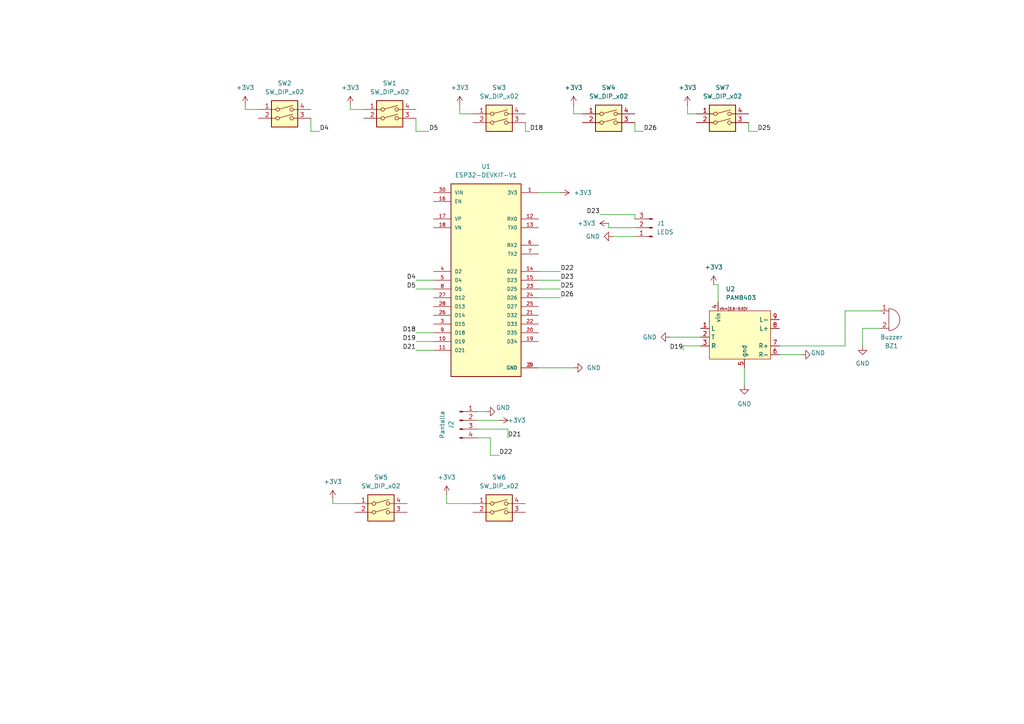
<source format=kicad_sch>
(kicad_sch
	(version 20231120)
	(generator "eeschema")
	(generator_version "8.0")
	(uuid "290190a5-533d-4023-8e45-fb26d57ff47e")
	(paper "A4")
	(lib_symbols
		(symbol "Connector:Conn_01x03_Pin"
			(pin_names
				(offset 1.016) hide)
			(exclude_from_sim no)
			(in_bom yes)
			(on_board yes)
			(property "Reference" "J"
				(at 0 5.08 0)
				(effects
					(font
						(size 1.27 1.27)
					)
				)
			)
			(property "Value" "Conn_01x03_Pin"
				(at 0 -5.08 0)
				(effects
					(font
						(size 1.27 1.27)
					)
				)
			)
			(property "Footprint" ""
				(at 0 0 0)
				(effects
					(font
						(size 1.27 1.27)
					)
					(hide yes)
				)
			)
			(property "Datasheet" "~"
				(at 0 0 0)
				(effects
					(font
						(size 1.27 1.27)
					)
					(hide yes)
				)
			)
			(property "Description" "Generic connector, single row, 01x03, script generated"
				(at 0 0 0)
				(effects
					(font
						(size 1.27 1.27)
					)
					(hide yes)
				)
			)
			(property "ki_locked" ""
				(at 0 0 0)
				(effects
					(font
						(size 1.27 1.27)
					)
				)
			)
			(property "ki_keywords" "connector"
				(at 0 0 0)
				(effects
					(font
						(size 1.27 1.27)
					)
					(hide yes)
				)
			)
			(property "ki_fp_filters" "Connector*:*_1x??_*"
				(at 0 0 0)
				(effects
					(font
						(size 1.27 1.27)
					)
					(hide yes)
				)
			)
			(symbol "Conn_01x03_Pin_1_1"
				(polyline
					(pts
						(xy 1.27 -2.54) (xy 0.8636 -2.54)
					)
					(stroke
						(width 0.1524)
						(type default)
					)
					(fill
						(type none)
					)
				)
				(polyline
					(pts
						(xy 1.27 0) (xy 0.8636 0)
					)
					(stroke
						(width 0.1524)
						(type default)
					)
					(fill
						(type none)
					)
				)
				(polyline
					(pts
						(xy 1.27 2.54) (xy 0.8636 2.54)
					)
					(stroke
						(width 0.1524)
						(type default)
					)
					(fill
						(type none)
					)
				)
				(rectangle
					(start 0.8636 -2.413)
					(end 0 -2.667)
					(stroke
						(width 0.1524)
						(type default)
					)
					(fill
						(type outline)
					)
				)
				(rectangle
					(start 0.8636 0.127)
					(end 0 -0.127)
					(stroke
						(width 0.1524)
						(type default)
					)
					(fill
						(type outline)
					)
				)
				(rectangle
					(start 0.8636 2.667)
					(end 0 2.413)
					(stroke
						(width 0.1524)
						(type default)
					)
					(fill
						(type outline)
					)
				)
				(pin passive line
					(at 5.08 2.54 180)
					(length 3.81)
					(name "Pin_1"
						(effects
							(font
								(size 1.27 1.27)
							)
						)
					)
					(number "1"
						(effects
							(font
								(size 1.27 1.27)
							)
						)
					)
				)
				(pin passive line
					(at 5.08 0 180)
					(length 3.81)
					(name "Pin_2"
						(effects
							(font
								(size 1.27 1.27)
							)
						)
					)
					(number "2"
						(effects
							(font
								(size 1.27 1.27)
							)
						)
					)
				)
				(pin passive line
					(at 5.08 -2.54 180)
					(length 3.81)
					(name "Pin_3"
						(effects
							(font
								(size 1.27 1.27)
							)
						)
					)
					(number "3"
						(effects
							(font
								(size 1.27 1.27)
							)
						)
					)
				)
			)
		)
		(symbol "Connector:Conn_01x04_Pin"
			(pin_names
				(offset 1.016) hide)
			(exclude_from_sim no)
			(in_bom yes)
			(on_board yes)
			(property "Reference" "J"
				(at 0 5.08 0)
				(effects
					(font
						(size 1.27 1.27)
					)
				)
			)
			(property "Value" "Conn_01x04_Pin"
				(at 0 -7.62 0)
				(effects
					(font
						(size 1.27 1.27)
					)
				)
			)
			(property "Footprint" ""
				(at 0 0 0)
				(effects
					(font
						(size 1.27 1.27)
					)
					(hide yes)
				)
			)
			(property "Datasheet" "~"
				(at 0 0 0)
				(effects
					(font
						(size 1.27 1.27)
					)
					(hide yes)
				)
			)
			(property "Description" "Generic connector, single row, 01x04, script generated"
				(at 0 0 0)
				(effects
					(font
						(size 1.27 1.27)
					)
					(hide yes)
				)
			)
			(property "ki_locked" ""
				(at 0 0 0)
				(effects
					(font
						(size 1.27 1.27)
					)
				)
			)
			(property "ki_keywords" "connector"
				(at 0 0 0)
				(effects
					(font
						(size 1.27 1.27)
					)
					(hide yes)
				)
			)
			(property "ki_fp_filters" "Connector*:*_1x??_*"
				(at 0 0 0)
				(effects
					(font
						(size 1.27 1.27)
					)
					(hide yes)
				)
			)
			(symbol "Conn_01x04_Pin_1_1"
				(polyline
					(pts
						(xy 1.27 -5.08) (xy 0.8636 -5.08)
					)
					(stroke
						(width 0.1524)
						(type default)
					)
					(fill
						(type none)
					)
				)
				(polyline
					(pts
						(xy 1.27 -2.54) (xy 0.8636 -2.54)
					)
					(stroke
						(width 0.1524)
						(type default)
					)
					(fill
						(type none)
					)
				)
				(polyline
					(pts
						(xy 1.27 0) (xy 0.8636 0)
					)
					(stroke
						(width 0.1524)
						(type default)
					)
					(fill
						(type none)
					)
				)
				(polyline
					(pts
						(xy 1.27 2.54) (xy 0.8636 2.54)
					)
					(stroke
						(width 0.1524)
						(type default)
					)
					(fill
						(type none)
					)
				)
				(rectangle
					(start 0.8636 -4.953)
					(end 0 -5.207)
					(stroke
						(width 0.1524)
						(type default)
					)
					(fill
						(type outline)
					)
				)
				(rectangle
					(start 0.8636 -2.413)
					(end 0 -2.667)
					(stroke
						(width 0.1524)
						(type default)
					)
					(fill
						(type outline)
					)
				)
				(rectangle
					(start 0.8636 0.127)
					(end 0 -0.127)
					(stroke
						(width 0.1524)
						(type default)
					)
					(fill
						(type outline)
					)
				)
				(rectangle
					(start 0.8636 2.667)
					(end 0 2.413)
					(stroke
						(width 0.1524)
						(type default)
					)
					(fill
						(type outline)
					)
				)
				(pin passive line
					(at 5.08 2.54 180)
					(length 3.81)
					(name "Pin_1"
						(effects
							(font
								(size 1.27 1.27)
							)
						)
					)
					(number "1"
						(effects
							(font
								(size 1.27 1.27)
							)
						)
					)
				)
				(pin passive line
					(at 5.08 0 180)
					(length 3.81)
					(name "Pin_2"
						(effects
							(font
								(size 1.27 1.27)
							)
						)
					)
					(number "2"
						(effects
							(font
								(size 1.27 1.27)
							)
						)
					)
				)
				(pin passive line
					(at 5.08 -2.54 180)
					(length 3.81)
					(name "Pin_3"
						(effects
							(font
								(size 1.27 1.27)
							)
						)
					)
					(number "3"
						(effects
							(font
								(size 1.27 1.27)
							)
						)
					)
				)
				(pin passive line
					(at 5.08 -5.08 180)
					(length 3.81)
					(name "Pin_4"
						(effects
							(font
								(size 1.27 1.27)
							)
						)
					)
					(number "4"
						(effects
							(font
								(size 1.27 1.27)
							)
						)
					)
				)
			)
		)
		(symbol "Device:Buzzer"
			(pin_names
				(offset 0.0254) hide)
			(exclude_from_sim no)
			(in_bom yes)
			(on_board yes)
			(property "Reference" "BZ"
				(at 3.81 1.27 0)
				(effects
					(font
						(size 1.27 1.27)
					)
					(justify left)
				)
			)
			(property "Value" "Buzzer"
				(at 3.81 -1.27 0)
				(effects
					(font
						(size 1.27 1.27)
					)
					(justify left)
				)
			)
			(property "Footprint" ""
				(at -0.635 2.54 90)
				(effects
					(font
						(size 1.27 1.27)
					)
					(hide yes)
				)
			)
			(property "Datasheet" "~"
				(at -0.635 2.54 90)
				(effects
					(font
						(size 1.27 1.27)
					)
					(hide yes)
				)
			)
			(property "Description" "Buzzer, polarized"
				(at 0 0 0)
				(effects
					(font
						(size 1.27 1.27)
					)
					(hide yes)
				)
			)
			(property "ki_keywords" "quartz resonator ceramic"
				(at 0 0 0)
				(effects
					(font
						(size 1.27 1.27)
					)
					(hide yes)
				)
			)
			(property "ki_fp_filters" "*Buzzer*"
				(at 0 0 0)
				(effects
					(font
						(size 1.27 1.27)
					)
					(hide yes)
				)
			)
			(symbol "Buzzer_0_1"
				(arc
					(start 0 -3.175)
					(mid 3.1612 0)
					(end 0 3.175)
					(stroke
						(width 0)
						(type default)
					)
					(fill
						(type none)
					)
				)
				(polyline
					(pts
						(xy -1.651 1.905) (xy -1.143 1.905)
					)
					(stroke
						(width 0)
						(type default)
					)
					(fill
						(type none)
					)
				)
				(polyline
					(pts
						(xy -1.397 2.159) (xy -1.397 1.651)
					)
					(stroke
						(width 0)
						(type default)
					)
					(fill
						(type none)
					)
				)
				(polyline
					(pts
						(xy 0 3.175) (xy 0 -3.175)
					)
					(stroke
						(width 0)
						(type default)
					)
					(fill
						(type none)
					)
				)
			)
			(symbol "Buzzer_1_1"
				(pin passive line
					(at -2.54 2.54 0)
					(length 2.54)
					(name "+"
						(effects
							(font
								(size 1.27 1.27)
							)
						)
					)
					(number "1"
						(effects
							(font
								(size 1.27 1.27)
							)
						)
					)
				)
				(pin passive line
					(at -2.54 -2.54 0)
					(length 2.54)
					(name "-"
						(effects
							(font
								(size 1.27 1.27)
							)
						)
					)
					(number "2"
						(effects
							(font
								(size 1.27 1.27)
							)
						)
					)
				)
			)
		)
		(symbol "Devkit1-ESP32:ESP32-DEVKIT-V1"
			(pin_names
				(offset 1.016)
			)
			(exclude_from_sim no)
			(in_bom yes)
			(on_board yes)
			(property "Reference" "U"
				(at -10.16 30.48 0)
				(effects
					(font
						(size 1.27 1.27)
					)
					(justify left top)
				)
			)
			(property "Value" "ESP32-DEVKIT-V1"
				(at -10.16 -30.48 0)
				(effects
					(font
						(size 1.27 1.27)
					)
					(justify left bottom)
				)
			)
			(property "Footprint" "ESP32-DEVKIT-V1:MODULE_ESP32_DEVKIT_V1"
				(at 0 0 0)
				(effects
					(font
						(size 1.27 1.27)
					)
					(justify bottom)
					(hide yes)
				)
			)
			(property "Datasheet" ""
				(at 0 0 0)
				(effects
					(font
						(size 1.27 1.27)
					)
					(hide yes)
				)
			)
			(property "Description" ""
				(at 0 0 0)
				(effects
					(font
						(size 1.27 1.27)
					)
					(hide yes)
				)
			)
			(property "MF" "Do it"
				(at 0 0 0)
				(effects
					(font
						(size 1.27 1.27)
					)
					(justify bottom)
					(hide yes)
				)
			)
			(property "MAXIMUM_PACKAGE_HEIGHT" "6.8 mm"
				(at 0 0 0)
				(effects
					(font
						(size 1.27 1.27)
					)
					(justify bottom)
					(hide yes)
				)
			)
			(property "Package" "None"
				(at 0 0 0)
				(effects
					(font
						(size 1.27 1.27)
					)
					(justify bottom)
					(hide yes)
				)
			)
			(property "Price" "None"
				(at 0 0 0)
				(effects
					(font
						(size 1.27 1.27)
					)
					(justify bottom)
					(hide yes)
				)
			)
			(property "Check_prices" "https://www.snapeda.com/parts/ESP32-DEVKIT-V1/Do+it/view-part/?ref=eda"
				(at 0 0 0)
				(effects
					(font
						(size 1.27 1.27)
					)
					(justify bottom)
					(hide yes)
				)
			)
			(property "STANDARD" "Manufacturer Recommendations"
				(at 0 0 0)
				(effects
					(font
						(size 1.27 1.27)
					)
					(justify bottom)
					(hide yes)
				)
			)
			(property "PARTREV" "N/A"
				(at 0 0 0)
				(effects
					(font
						(size 1.27 1.27)
					)
					(justify bottom)
					(hide yes)
				)
			)
			(property "SnapEDA_Link" "https://www.snapeda.com/parts/ESP32-DEVKIT-V1/Do+it/view-part/?ref=snap"
				(at 0 0 0)
				(effects
					(font
						(size 1.27 1.27)
					)
					(justify bottom)
					(hide yes)
				)
			)
			(property "MP" "ESP32-DEVKIT-V1"
				(at 0 0 0)
				(effects
					(font
						(size 1.27 1.27)
					)
					(justify bottom)
					(hide yes)
				)
			)
			(property "Description_1" "\nDual core, Wi-Fi: 2.4 GHz up to 150 Mbits/s,BLE (Bluetooth Low Energy) and legacy Bluetooth, 32 bits, Up to 240 MHz\n"
				(at 0 0 0)
				(effects
					(font
						(size 1.27 1.27)
					)
					(justify bottom)
					(hide yes)
				)
			)
			(property "Availability" "Not in stock"
				(at 0 0 0)
				(effects
					(font
						(size 1.27 1.27)
					)
					(justify bottom)
					(hide yes)
				)
			)
			(property "MANUFACTURER" "DOIT"
				(at 0 0 0)
				(effects
					(font
						(size 1.27 1.27)
					)
					(justify bottom)
					(hide yes)
				)
			)
			(symbol "ESP32-DEVKIT-V1_0_0"
				(rectangle
					(start -10.16 -27.94)
					(end 10.16 27.94)
					(stroke
						(width 0.254)
						(type default)
					)
					(fill
						(type background)
					)
				)
				(pin output line
					(at 15.24 25.4 180)
					(length 5.08)
					(name "3V3"
						(effects
							(font
								(size 1.016 1.016)
							)
						)
					)
					(number "1"
						(effects
							(font
								(size 1.016 1.016)
							)
						)
					)
				)
				(pin bidirectional line
					(at -15.24 -17.78 0)
					(length 5.08)
					(name "D19"
						(effects
							(font
								(size 1.016 1.016)
							)
						)
					)
					(number "10"
						(effects
							(font
								(size 1.016 1.016)
							)
						)
					)
				)
				(pin bidirectional line
					(at -15.24 -20.32 0)
					(length 5.08)
					(name "D21"
						(effects
							(font
								(size 1.016 1.016)
							)
						)
					)
					(number "11"
						(effects
							(font
								(size 1.016 1.016)
							)
						)
					)
				)
				(pin input line
					(at 15.24 17.78 180)
					(length 5.08)
					(name "RX0"
						(effects
							(font
								(size 1.016 1.016)
							)
						)
					)
					(number "12"
						(effects
							(font
								(size 1.016 1.016)
							)
						)
					)
				)
				(pin output line
					(at 15.24 15.24 180)
					(length 5.08)
					(name "TX0"
						(effects
							(font
								(size 1.016 1.016)
							)
						)
					)
					(number "13"
						(effects
							(font
								(size 1.016 1.016)
							)
						)
					)
				)
				(pin bidirectional line
					(at 15.24 2.54 180)
					(length 5.08)
					(name "D22"
						(effects
							(font
								(size 1.016 1.016)
							)
						)
					)
					(number "14"
						(effects
							(font
								(size 1.016 1.016)
							)
						)
					)
				)
				(pin bidirectional line
					(at 15.24 0 180)
					(length 5.08)
					(name "D23"
						(effects
							(font
								(size 1.016 1.016)
							)
						)
					)
					(number "15"
						(effects
							(font
								(size 1.016 1.016)
							)
						)
					)
				)
				(pin input line
					(at -15.24 22.86 0)
					(length 5.08)
					(name "EN"
						(effects
							(font
								(size 1.016 1.016)
							)
						)
					)
					(number "16"
						(effects
							(font
								(size 1.016 1.016)
							)
						)
					)
				)
				(pin bidirectional line
					(at -15.24 17.78 0)
					(length 5.08)
					(name "VP"
						(effects
							(font
								(size 1.016 1.016)
							)
						)
					)
					(number "17"
						(effects
							(font
								(size 1.016 1.016)
							)
						)
					)
				)
				(pin bidirectional line
					(at -15.24 15.24 0)
					(length 5.08)
					(name "VN"
						(effects
							(font
								(size 1.016 1.016)
							)
						)
					)
					(number "18"
						(effects
							(font
								(size 1.016 1.016)
							)
						)
					)
				)
				(pin bidirectional line
					(at 15.24 -17.78 180)
					(length 5.08)
					(name "D34"
						(effects
							(font
								(size 1.016 1.016)
							)
						)
					)
					(number "19"
						(effects
							(font
								(size 1.016 1.016)
							)
						)
					)
				)
				(pin power_in line
					(at 15.24 -25.4 180)
					(length 5.08)
					(name "GND"
						(effects
							(font
								(size 1.016 1.016)
							)
						)
					)
					(number "2"
						(effects
							(font
								(size 1.016 1.016)
							)
						)
					)
				)
				(pin bidirectional line
					(at 15.24 -15.24 180)
					(length 5.08)
					(name "D35"
						(effects
							(font
								(size 1.016 1.016)
							)
						)
					)
					(number "20"
						(effects
							(font
								(size 1.016 1.016)
							)
						)
					)
				)
				(pin bidirectional line
					(at 15.24 -10.16 180)
					(length 5.08)
					(name "D32"
						(effects
							(font
								(size 1.016 1.016)
							)
						)
					)
					(number "21"
						(effects
							(font
								(size 1.016 1.016)
							)
						)
					)
				)
				(pin bidirectional line
					(at 15.24 -12.7 180)
					(length 5.08)
					(name "D33"
						(effects
							(font
								(size 1.016 1.016)
							)
						)
					)
					(number "22"
						(effects
							(font
								(size 1.016 1.016)
							)
						)
					)
				)
				(pin bidirectional line
					(at 15.24 -2.54 180)
					(length 5.08)
					(name "D25"
						(effects
							(font
								(size 1.016 1.016)
							)
						)
					)
					(number "23"
						(effects
							(font
								(size 1.016 1.016)
							)
						)
					)
				)
				(pin bidirectional line
					(at 15.24 -5.08 180)
					(length 5.08)
					(name "D26"
						(effects
							(font
								(size 1.016 1.016)
							)
						)
					)
					(number "24"
						(effects
							(font
								(size 1.016 1.016)
							)
						)
					)
				)
				(pin bidirectional line
					(at 15.24 -7.62 180)
					(length 5.08)
					(name "D27"
						(effects
							(font
								(size 1.016 1.016)
							)
						)
					)
					(number "25"
						(effects
							(font
								(size 1.016 1.016)
							)
						)
					)
				)
				(pin bidirectional line
					(at -15.24 -10.16 0)
					(length 5.08)
					(name "D14"
						(effects
							(font
								(size 1.016 1.016)
							)
						)
					)
					(number "26"
						(effects
							(font
								(size 1.016 1.016)
							)
						)
					)
				)
				(pin bidirectional line
					(at -15.24 -5.08 0)
					(length 5.08)
					(name "D12"
						(effects
							(font
								(size 1.016 1.016)
							)
						)
					)
					(number "27"
						(effects
							(font
								(size 1.016 1.016)
							)
						)
					)
				)
				(pin bidirectional line
					(at -15.24 -7.62 0)
					(length 5.08)
					(name "D13"
						(effects
							(font
								(size 1.016 1.016)
							)
						)
					)
					(number "28"
						(effects
							(font
								(size 1.016 1.016)
							)
						)
					)
				)
				(pin power_in line
					(at 15.24 -25.4 180)
					(length 5.08)
					(name "GND"
						(effects
							(font
								(size 1.016 1.016)
							)
						)
					)
					(number "29"
						(effects
							(font
								(size 1.016 1.016)
							)
						)
					)
				)
				(pin bidirectional line
					(at -15.24 -12.7 0)
					(length 5.08)
					(name "D15"
						(effects
							(font
								(size 1.016 1.016)
							)
						)
					)
					(number "3"
						(effects
							(font
								(size 1.016 1.016)
							)
						)
					)
				)
				(pin input line
					(at -15.24 25.4 0)
					(length 5.08)
					(name "VIN"
						(effects
							(font
								(size 1.016 1.016)
							)
						)
					)
					(number "30"
						(effects
							(font
								(size 1.016 1.016)
							)
						)
					)
				)
				(pin bidirectional line
					(at -15.24 2.54 0)
					(length 5.08)
					(name "D2"
						(effects
							(font
								(size 1.016 1.016)
							)
						)
					)
					(number "4"
						(effects
							(font
								(size 1.016 1.016)
							)
						)
					)
				)
				(pin bidirectional line
					(at -15.24 0 0)
					(length 5.08)
					(name "D4"
						(effects
							(font
								(size 1.016 1.016)
							)
						)
					)
					(number "5"
						(effects
							(font
								(size 1.016 1.016)
							)
						)
					)
				)
				(pin input line
					(at 15.24 10.16 180)
					(length 5.08)
					(name "RX2"
						(effects
							(font
								(size 1.016 1.016)
							)
						)
					)
					(number "6"
						(effects
							(font
								(size 1.016 1.016)
							)
						)
					)
				)
				(pin output line
					(at 15.24 7.62 180)
					(length 5.08)
					(name "TX2"
						(effects
							(font
								(size 1.016 1.016)
							)
						)
					)
					(number "7"
						(effects
							(font
								(size 1.016 1.016)
							)
						)
					)
				)
				(pin bidirectional line
					(at -15.24 -2.54 0)
					(length 5.08)
					(name "D5"
						(effects
							(font
								(size 1.016 1.016)
							)
						)
					)
					(number "8"
						(effects
							(font
								(size 1.016 1.016)
							)
						)
					)
				)
				(pin bidirectional line
					(at -15.24 -15.24 0)
					(length 5.08)
					(name "D18"
						(effects
							(font
								(size 1.016 1.016)
							)
						)
					)
					(number "9"
						(effects
							(font
								(size 1.016 1.016)
							)
						)
					)
				)
			)
		)
		(symbol "Pam 8403:pam8403"
			(exclude_from_sim no)
			(in_bom yes)
			(on_board yes)
			(property "Reference" "U?"
				(at -3.6956 13.97 0)
				(effects
					(font
						(size 1.27 1.27)
					)
					(justify left)
				)
			)
			(property "Value" "pam8403"
				(at -3.6956 11.43 0)
				(effects
					(font
						(size 1.27 1.27)
					)
					(justify left)
				)
			)
			(property "Footprint" ""
				(at -0.635 -1.905 0)
				(effects
					(font
						(size 1.27 1.27)
					)
					(hide yes)
				)
			)
			(property "Datasheet" ""
				(at -0.635 -1.905 0)
				(effects
					(font
						(size 1.27 1.27)
					)
					(hide yes)
				)
			)
			(property "Description" ""
				(at 0 0 0)
				(effects
					(font
						(size 1.27 1.27)
					)
					(hide yes)
				)
			)
			(symbol "pam8403_0_0"
				(rectangle
					(start -8.255 7.62)
					(end 9.525 -6.35)
					(stroke
						(width 0)
						(type default)
					)
					(fill
						(type background)
					)
				)
				(text "vin=[2.5-5.5]V"
					(at -1.27 8.255 0)
					(effects
						(font
							(size 0.7 0.7)
						)
					)
				)
			)
			(symbol "pam8403_1_1"
				(pin passive line
					(at -10.795 2.54 0)
					(length 2.54)
					(name "L"
						(effects
							(font
								(size 1.27 1.27)
							)
						)
					)
					(number "1"
						(effects
							(font
								(size 1.27 1.27)
							)
						)
					)
				)
				(pin passive line
					(at -10.795 0 0)
					(length 2.54)
					(name "T"
						(effects
							(font
								(size 1.27 1.27)
							)
						)
					)
					(number "2"
						(effects
							(font
								(size 1.27 1.27)
							)
						)
					)
				)
				(pin passive line
					(at -10.795 -2.54 0)
					(length 2.54)
					(name "R"
						(effects
							(font
								(size 1.27 1.27)
							)
						)
					)
					(number "3"
						(effects
							(font
								(size 1.27 1.27)
							)
						)
					)
				)
				(pin passive line
					(at -5.715 10.16 270)
					(length 2.54)
					(name "vin"
						(effects
							(font
								(size 1.27 1.27)
							)
						)
					)
					(number "4"
						(effects
							(font
								(size 1.27 1.27)
							)
						)
					)
				)
				(pin passive line
					(at 1.905 -8.89 90)
					(length 2.54)
					(name "gnd"
						(effects
							(font
								(size 1.27 1.27)
							)
						)
					)
					(number "5"
						(effects
							(font
								(size 1.27 1.27)
							)
						)
					)
				)
				(pin passive line
					(at 12.065 -5.08 180)
					(length 2.54)
					(name "R-"
						(effects
							(font
								(size 1.27 1.27)
							)
						)
					)
					(number "6"
						(effects
							(font
								(size 1.27 1.27)
							)
						)
					)
				)
				(pin passive line
					(at 12.065 -2.54 180)
					(length 2.54)
					(name "R+"
						(effects
							(font
								(size 1.27 1.27)
							)
						)
					)
					(number "7"
						(effects
							(font
								(size 1.27 1.27)
							)
						)
					)
				)
				(pin passive line
					(at 12.065 2.54 180)
					(length 2.54)
					(name "L+"
						(effects
							(font
								(size 1.27 1.27)
							)
						)
					)
					(number "8"
						(effects
							(font
								(size 1.27 1.27)
							)
						)
					)
				)
				(pin passive line
					(at 12.065 5.08 180)
					(length 2.54)
					(name "L-"
						(effects
							(font
								(size 1.27 1.27)
							)
						)
					)
					(number "9"
						(effects
							(font
								(size 1.27 1.27)
							)
						)
					)
				)
			)
		)
		(symbol "Switch:SW_DIP_x02"
			(pin_names
				(offset 0) hide)
			(exclude_from_sim no)
			(in_bom yes)
			(on_board yes)
			(property "Reference" "SW"
				(at 0 6.35 0)
				(effects
					(font
						(size 1.27 1.27)
					)
				)
			)
			(property "Value" "SW_DIP_x02"
				(at 0 -3.81 0)
				(effects
					(font
						(size 1.27 1.27)
					)
				)
			)
			(property "Footprint" ""
				(at 0 0 0)
				(effects
					(font
						(size 1.27 1.27)
					)
					(hide yes)
				)
			)
			(property "Datasheet" "~"
				(at 0 0 0)
				(effects
					(font
						(size 1.27 1.27)
					)
					(hide yes)
				)
			)
			(property "Description" "2x DIP Switch, Single Pole Single Throw (SPST) switch, small symbol"
				(at 0 0 0)
				(effects
					(font
						(size 1.27 1.27)
					)
					(hide yes)
				)
			)
			(property "ki_keywords" "dip switch"
				(at 0 0 0)
				(effects
					(font
						(size 1.27 1.27)
					)
					(hide yes)
				)
			)
			(property "ki_fp_filters" "SW?DIP?x2*"
				(at 0 0 0)
				(effects
					(font
						(size 1.27 1.27)
					)
					(hide yes)
				)
			)
			(symbol "SW_DIP_x02_0_0"
				(circle
					(center -2.032 0)
					(radius 0.508)
					(stroke
						(width 0)
						(type default)
					)
					(fill
						(type none)
					)
				)
				(circle
					(center -2.032 2.54)
					(radius 0.508)
					(stroke
						(width 0)
						(type default)
					)
					(fill
						(type none)
					)
				)
				(polyline
					(pts
						(xy -1.524 0.127) (xy 2.3622 1.1684)
					)
					(stroke
						(width 0)
						(type default)
					)
					(fill
						(type none)
					)
				)
				(polyline
					(pts
						(xy -1.524 2.667) (xy 2.3622 3.7084)
					)
					(stroke
						(width 0)
						(type default)
					)
					(fill
						(type none)
					)
				)
				(circle
					(center 2.032 0)
					(radius 0.508)
					(stroke
						(width 0)
						(type default)
					)
					(fill
						(type none)
					)
				)
				(circle
					(center 2.032 2.54)
					(radius 0.508)
					(stroke
						(width 0)
						(type default)
					)
					(fill
						(type none)
					)
				)
			)
			(symbol "SW_DIP_x02_0_1"
				(rectangle
					(start -3.81 5.08)
					(end 3.81 -2.54)
					(stroke
						(width 0.254)
						(type default)
					)
					(fill
						(type background)
					)
				)
			)
			(symbol "SW_DIP_x02_1_1"
				(pin passive line
					(at -7.62 2.54 0)
					(length 5.08)
					(name "~"
						(effects
							(font
								(size 1.27 1.27)
							)
						)
					)
					(number "1"
						(effects
							(font
								(size 1.27 1.27)
							)
						)
					)
				)
				(pin passive line
					(at -7.62 0 0)
					(length 5.08)
					(name "~"
						(effects
							(font
								(size 1.27 1.27)
							)
						)
					)
					(number "2"
						(effects
							(font
								(size 1.27 1.27)
							)
						)
					)
				)
				(pin passive line
					(at 7.62 0 180)
					(length 5.08)
					(name "~"
						(effects
							(font
								(size 1.27 1.27)
							)
						)
					)
					(number "3"
						(effects
							(font
								(size 1.27 1.27)
							)
						)
					)
				)
				(pin passive line
					(at 7.62 2.54 180)
					(length 5.08)
					(name "~"
						(effects
							(font
								(size 1.27 1.27)
							)
						)
					)
					(number "4"
						(effects
							(font
								(size 1.27 1.27)
							)
						)
					)
				)
			)
		)
		(symbol "power:+3V3"
			(power)
			(pin_numbers hide)
			(pin_names
				(offset 0) hide)
			(exclude_from_sim no)
			(in_bom yes)
			(on_board yes)
			(property "Reference" "#PWR"
				(at 0 -3.81 0)
				(effects
					(font
						(size 1.27 1.27)
					)
					(hide yes)
				)
			)
			(property "Value" "+3V3"
				(at 0 3.556 0)
				(effects
					(font
						(size 1.27 1.27)
					)
				)
			)
			(property "Footprint" ""
				(at 0 0 0)
				(effects
					(font
						(size 1.27 1.27)
					)
					(hide yes)
				)
			)
			(property "Datasheet" ""
				(at 0 0 0)
				(effects
					(font
						(size 1.27 1.27)
					)
					(hide yes)
				)
			)
			(property "Description" "Power symbol creates a global label with name \"+3V3\""
				(at 0 0 0)
				(effects
					(font
						(size 1.27 1.27)
					)
					(hide yes)
				)
			)
			(property "ki_keywords" "global power"
				(at 0 0 0)
				(effects
					(font
						(size 1.27 1.27)
					)
					(hide yes)
				)
			)
			(symbol "+3V3_0_1"
				(polyline
					(pts
						(xy -0.762 1.27) (xy 0 2.54)
					)
					(stroke
						(width 0)
						(type default)
					)
					(fill
						(type none)
					)
				)
				(polyline
					(pts
						(xy 0 0) (xy 0 2.54)
					)
					(stroke
						(width 0)
						(type default)
					)
					(fill
						(type none)
					)
				)
				(polyline
					(pts
						(xy 0 2.54) (xy 0.762 1.27)
					)
					(stroke
						(width 0)
						(type default)
					)
					(fill
						(type none)
					)
				)
			)
			(symbol "+3V3_1_1"
				(pin power_in line
					(at 0 0 90)
					(length 0)
					(name "~"
						(effects
							(font
								(size 1.27 1.27)
							)
						)
					)
					(number "1"
						(effects
							(font
								(size 1.27 1.27)
							)
						)
					)
				)
			)
		)
		(symbol "power:GND"
			(power)
			(pin_numbers hide)
			(pin_names
				(offset 0) hide)
			(exclude_from_sim no)
			(in_bom yes)
			(on_board yes)
			(property "Reference" "#PWR"
				(at 0 -6.35 0)
				(effects
					(font
						(size 1.27 1.27)
					)
					(hide yes)
				)
			)
			(property "Value" "GND"
				(at 0 -3.81 0)
				(effects
					(font
						(size 1.27 1.27)
					)
				)
			)
			(property "Footprint" ""
				(at 0 0 0)
				(effects
					(font
						(size 1.27 1.27)
					)
					(hide yes)
				)
			)
			(property "Datasheet" ""
				(at 0 0 0)
				(effects
					(font
						(size 1.27 1.27)
					)
					(hide yes)
				)
			)
			(property "Description" "Power symbol creates a global label with name \"GND\" , ground"
				(at 0 0 0)
				(effects
					(font
						(size 1.27 1.27)
					)
					(hide yes)
				)
			)
			(property "ki_keywords" "global power"
				(at 0 0 0)
				(effects
					(font
						(size 1.27 1.27)
					)
					(hide yes)
				)
			)
			(symbol "GND_0_1"
				(polyline
					(pts
						(xy 0 0) (xy 0 -1.27) (xy 1.27 -1.27) (xy 0 -2.54) (xy -1.27 -1.27) (xy 0 -1.27)
					)
					(stroke
						(width 0)
						(type default)
					)
					(fill
						(type none)
					)
				)
			)
			(symbol "GND_1_1"
				(pin power_in line
					(at 0 0 270)
					(length 0)
					(name "~"
						(effects
							(font
								(size 1.27 1.27)
							)
						)
					)
					(number "1"
						(effects
							(font
								(size 1.27 1.27)
							)
						)
					)
				)
			)
		)
	)
	(wire
		(pts
			(xy 250.19 100.33) (xy 250.19 95.25)
		)
		(stroke
			(width 0)
			(type default)
		)
		(uuid "016eb1e4-1a8e-40c4-91e2-538cb7697bd3")
	)
	(wire
		(pts
			(xy 217.17 35.56) (xy 217.17 38.1)
		)
		(stroke
			(width 0)
			(type default)
		)
		(uuid "0b727c8f-46c1-412e-b720-a5a614888c6c")
	)
	(wire
		(pts
			(xy 90.17 34.29) (xy 90.17 38.1)
		)
		(stroke
			(width 0)
			(type default)
		)
		(uuid "153dba5c-8149-45f5-95e6-6e0bc193a31e")
	)
	(wire
		(pts
			(xy 250.19 95.25) (xy 255.27 95.25)
		)
		(stroke
			(width 0)
			(type default)
		)
		(uuid "165ca55a-ac9c-49bf-a833-09dc7860196f")
	)
	(wire
		(pts
			(xy 101.6 30.48) (xy 101.6 31.75)
		)
		(stroke
			(width 0)
			(type default)
		)
		(uuid "1a18680d-6e05-431e-8cc1-af5312eed580")
	)
	(wire
		(pts
			(xy 194.31 97.79) (xy 203.2 97.79)
		)
		(stroke
			(width 0)
			(type default)
		)
		(uuid "20e5335b-335e-4bd5-953d-ec12a03839c7")
	)
	(wire
		(pts
			(xy 71.12 31.75) (xy 74.93 31.75)
		)
		(stroke
			(width 0)
			(type default)
		)
		(uuid "239f9dde-4341-4bef-82af-517b22b3e756")
	)
	(wire
		(pts
			(xy 144.78 121.92) (xy 138.43 121.92)
		)
		(stroke
			(width 0)
			(type default)
		)
		(uuid "2888e7ca-8d82-4957-a901-c30c2c90e019")
	)
	(wire
		(pts
			(xy 71.12 30.48) (xy 71.12 31.75)
		)
		(stroke
			(width 0)
			(type default)
		)
		(uuid "29984009-2158-426d-ac27-95b49b32098f")
	)
	(wire
		(pts
			(xy 226.06 102.87) (xy 232.41 102.87)
		)
		(stroke
			(width 0)
			(type default)
		)
		(uuid "35e060d9-c1ef-46f1-8efc-17f3ee8ae12a")
	)
	(wire
		(pts
			(xy 120.65 96.52) (xy 125.73 96.52)
		)
		(stroke
			(width 0)
			(type default)
		)
		(uuid "3c5875c3-3eb5-4a38-903e-83a18562dfa0")
	)
	(wire
		(pts
			(xy 199.39 30.48) (xy 199.39 33.02)
		)
		(stroke
			(width 0)
			(type default)
		)
		(uuid "42a21784-38a6-4358-aaa1-afdb8f6d8584")
	)
	(wire
		(pts
			(xy 226.06 100.33) (xy 245.11 100.33)
		)
		(stroke
			(width 0)
			(type default)
		)
		(uuid "44364922-f7e0-49c9-b41c-c99b865ff4e4")
	)
	(wire
		(pts
			(xy 156.21 83.82) (xy 162.56 83.82)
		)
		(stroke
			(width 0)
			(type default)
		)
		(uuid "4d22ee26-271d-4438-8503-82c806a74bd8")
	)
	(wire
		(pts
			(xy 184.15 62.23) (xy 184.15 63.5)
		)
		(stroke
			(width 0)
			(type default)
		)
		(uuid "5a4f6dd1-52bd-4bf9-aa4f-faea6bdedf5b")
	)
	(wire
		(pts
			(xy 245.11 90.17) (xy 255.27 90.17)
		)
		(stroke
			(width 0)
			(type default)
		)
		(uuid "5abb9588-ca71-481b-a499-73686ce22722")
	)
	(wire
		(pts
			(xy 184.15 38.1) (xy 186.69 38.1)
		)
		(stroke
			(width 0)
			(type default)
		)
		(uuid "5ef426d8-c48f-4869-a3f2-a61b5467d9fd")
	)
	(wire
		(pts
			(xy 208.28 82.55) (xy 208.28 87.63)
		)
		(stroke
			(width 0)
			(type default)
		)
		(uuid "66b3e0b6-68a6-46f7-b28d-6b935ba3ee05")
	)
	(wire
		(pts
			(xy 152.4 35.56) (xy 152.4 38.1)
		)
		(stroke
			(width 0)
			(type default)
		)
		(uuid "67e56517-c0f1-4589-a2da-4bbad359f7c0")
	)
	(wire
		(pts
			(xy 166.37 30.48) (xy 166.37 33.02)
		)
		(stroke
			(width 0)
			(type default)
		)
		(uuid "67f04e74-b0ee-4bb8-8af2-54b6747b8f76")
	)
	(wire
		(pts
			(xy 129.54 143.51) (xy 129.54 146.05)
		)
		(stroke
			(width 0)
			(type default)
		)
		(uuid "69571d80-4f0e-43ce-bcf9-32e00d7b53a1")
	)
	(wire
		(pts
			(xy 96.52 144.78) (xy 96.52 146.05)
		)
		(stroke
			(width 0)
			(type default)
		)
		(uuid "6e2c7e4d-0b55-42eb-9d9c-666cc278e70e")
	)
	(wire
		(pts
			(xy 156.21 55.88) (xy 162.56 55.88)
		)
		(stroke
			(width 0)
			(type default)
		)
		(uuid "6fb71390-b826-4269-9653-f6d8b1c4f615")
	)
	(wire
		(pts
			(xy 120.65 101.6) (xy 125.73 101.6)
		)
		(stroke
			(width 0)
			(type default)
		)
		(uuid "7763c019-5abe-4f5a-aea8-8fa7132dda8b")
	)
	(wire
		(pts
			(xy 142.24 127) (xy 142.24 132.08)
		)
		(stroke
			(width 0)
			(type default)
		)
		(uuid "7c600efa-2a9f-499f-89e1-873177329806")
	)
	(wire
		(pts
			(xy 147.32 124.46) (xy 147.32 127)
		)
		(stroke
			(width 0)
			(type default)
		)
		(uuid "801ef863-64b2-4a00-933d-7d4f3c3e355e")
	)
	(wire
		(pts
			(xy 245.11 100.33) (xy 245.11 90.17)
		)
		(stroke
			(width 0)
			(type default)
		)
		(uuid "827b3320-3a96-4c99-bce9-d4fc91c062f6")
	)
	(wire
		(pts
			(xy 133.35 30.48) (xy 133.35 33.02)
		)
		(stroke
			(width 0)
			(type default)
		)
		(uuid "866c8fd0-8ec4-48fd-bb05-129421a5d49c")
	)
	(wire
		(pts
			(xy 101.6 31.75) (xy 105.41 31.75)
		)
		(stroke
			(width 0)
			(type default)
		)
		(uuid "920c0632-4352-4398-9863-b7119b6a564a")
	)
	(wire
		(pts
			(xy 166.37 33.02) (xy 168.91 33.02)
		)
		(stroke
			(width 0)
			(type default)
		)
		(uuid "982773ac-51be-45bb-a96f-c3cf05776f4c")
	)
	(wire
		(pts
			(xy 217.17 38.1) (xy 219.71 38.1)
		)
		(stroke
			(width 0)
			(type default)
		)
		(uuid "98ffa9be-9da0-4f07-94c4-ce0a9aea7cde")
	)
	(wire
		(pts
			(xy 176.53 66.04) (xy 176.53 64.77)
		)
		(stroke
			(width 0)
			(type default)
		)
		(uuid "991ba310-efc7-4a36-8b9c-adf7c21f5c31")
	)
	(wire
		(pts
			(xy 120.65 81.28) (xy 125.73 81.28)
		)
		(stroke
			(width 0)
			(type default)
		)
		(uuid "a06c228b-2fb1-4eee-ac15-7df4765729bd")
	)
	(wire
		(pts
			(xy 96.52 146.05) (xy 102.87 146.05)
		)
		(stroke
			(width 0)
			(type default)
		)
		(uuid "a29ad9ee-69a0-4ce1-80b3-8de638c2d9b1")
	)
	(wire
		(pts
			(xy 120.65 99.06) (xy 125.73 99.06)
		)
		(stroke
			(width 0)
			(type default)
		)
		(uuid "a4b59aba-6458-4424-9da0-df511cb5befb")
	)
	(wire
		(pts
			(xy 184.15 35.56) (xy 184.15 38.1)
		)
		(stroke
			(width 0)
			(type default)
		)
		(uuid "a5ef9f47-5ac4-40c3-b683-2c796deb537a")
	)
	(wire
		(pts
			(xy 207.01 82.55) (xy 208.28 82.55)
		)
		(stroke
			(width 0)
			(type default)
		)
		(uuid "a6a2afc8-d5dc-4ace-8979-ea8b46c5921f")
	)
	(wire
		(pts
			(xy 198.12 100.33) (xy 203.2 100.33)
		)
		(stroke
			(width 0)
			(type default)
		)
		(uuid "a7cc4af3-8760-4dbc-89c6-084af4b9ad49")
	)
	(wire
		(pts
			(xy 173.99 62.23) (xy 184.15 62.23)
		)
		(stroke
			(width 0)
			(type default)
		)
		(uuid "ad2fcc73-10ad-4a9f-b246-30a1f0956646")
	)
	(wire
		(pts
			(xy 156.21 81.28) (xy 162.56 81.28)
		)
		(stroke
			(width 0)
			(type default)
		)
		(uuid "b234a646-b65b-427e-9209-3c9ef754ef08")
	)
	(wire
		(pts
			(xy 142.24 132.08) (xy 144.78 132.08)
		)
		(stroke
			(width 0)
			(type default)
		)
		(uuid "b83e5559-bea4-4d90-a8cb-54ad337b79c3")
	)
	(wire
		(pts
			(xy 120.65 83.82) (xy 125.73 83.82)
		)
		(stroke
			(width 0)
			(type default)
		)
		(uuid "bc447a55-acc6-4d82-8e11-9d9630a56d31")
	)
	(wire
		(pts
			(xy 156.21 78.74) (xy 162.56 78.74)
		)
		(stroke
			(width 0)
			(type default)
		)
		(uuid "bcffcec4-66be-43e3-b938-8e81a5adf671")
	)
	(wire
		(pts
			(xy 199.39 33.02) (xy 201.93 33.02)
		)
		(stroke
			(width 0)
			(type default)
		)
		(uuid "bdd4f276-b278-4395-b600-020d856035e3")
	)
	(wire
		(pts
			(xy 138.43 127) (xy 142.24 127)
		)
		(stroke
			(width 0)
			(type default)
		)
		(uuid "c48c87dc-71cf-4f29-85fc-dfb9391c2344")
	)
	(wire
		(pts
			(xy 156.21 86.36) (xy 162.56 86.36)
		)
		(stroke
			(width 0)
			(type default)
		)
		(uuid "c6c716eb-d068-4bc3-89fb-c5929af21857")
	)
	(wire
		(pts
			(xy 215.9 111.76) (xy 215.9 106.68)
		)
		(stroke
			(width 0)
			(type default)
		)
		(uuid "c9b08550-48f6-4516-80be-21e1fab43d76")
	)
	(wire
		(pts
			(xy 133.35 33.02) (xy 137.16 33.02)
		)
		(stroke
			(width 0)
			(type default)
		)
		(uuid "caa53bf6-1e1f-4483-b1cd-d95eddb3adbb")
	)
	(wire
		(pts
			(xy 90.17 38.1) (xy 92.71 38.1)
		)
		(stroke
			(width 0)
			(type default)
		)
		(uuid "cbdd8b61-5167-4529-8582-c6ff607d2c79")
	)
	(wire
		(pts
			(xy 120.65 38.1) (xy 124.46 38.1)
		)
		(stroke
			(width 0)
			(type default)
		)
		(uuid "ce8af828-90c5-42c1-949f-d4b19f3526e3")
	)
	(wire
		(pts
			(xy 152.4 38.1) (xy 153.67 38.1)
		)
		(stroke
			(width 0)
			(type default)
		)
		(uuid "d161913d-c483-42ea-be02-bada8d41a984")
	)
	(wire
		(pts
			(xy 176.53 66.04) (xy 184.15 66.04)
		)
		(stroke
			(width 0)
			(type default)
		)
		(uuid "da81d9ee-8aef-45b2-ab64-88867fcd3725")
	)
	(wire
		(pts
			(xy 147.32 124.46) (xy 138.43 124.46)
		)
		(stroke
			(width 0)
			(type default)
		)
		(uuid "dea90dd0-bee2-4f36-a9b1-5d4721d24dfe")
	)
	(wire
		(pts
			(xy 198.12 101.6) (xy 198.12 100.33)
		)
		(stroke
			(width 0)
			(type default)
		)
		(uuid "dfd2c2d4-8222-4268-a859-aabd7bcc87b1")
	)
	(wire
		(pts
			(xy 177.8 68.58) (xy 184.15 68.58)
		)
		(stroke
			(width 0)
			(type default)
		)
		(uuid "e23dad81-5fc0-42a1-a645-1ec3a8dae4b6")
	)
	(wire
		(pts
			(xy 129.54 146.05) (xy 137.16 146.05)
		)
		(stroke
			(width 0)
			(type default)
		)
		(uuid "e8588c42-b838-4ad5-ac9a-c4f407004c7e")
	)
	(wire
		(pts
			(xy 120.65 34.29) (xy 120.65 38.1)
		)
		(stroke
			(width 0)
			(type default)
		)
		(uuid "ea730e8e-b4f2-4788-ab01-884a3dccc5de")
	)
	(wire
		(pts
			(xy 140.97 119.38) (xy 138.43 119.38)
		)
		(stroke
			(width 0)
			(type default)
		)
		(uuid "ecdd9a0e-ebe3-4d57-8ed8-da542c0b334f")
	)
	(wire
		(pts
			(xy 156.21 106.68) (xy 166.37 106.68)
		)
		(stroke
			(width 0)
			(type default)
		)
		(uuid "f1dbbb4a-be31-4988-b28a-4afae0836562")
	)
	(label "D5"
		(at 120.65 83.82 180)
		(fields_autoplaced yes)
		(effects
			(font
				(size 1.27 1.27)
			)
			(justify right bottom)
		)
		(uuid "15f51008-18a2-4117-b0ad-a33395d2a203")
	)
	(label "D21"
		(at 120.65 101.6 180)
		(fields_autoplaced yes)
		(effects
			(font
				(size 1.27 1.27)
			)
			(justify right bottom)
		)
		(uuid "1c934fd3-57eb-4070-95fb-785c52257187")
	)
	(label "D25"
		(at 219.71 38.1 0)
		(fields_autoplaced yes)
		(effects
			(font
				(size 1.27 1.27)
			)
			(justify left bottom)
		)
		(uuid "23ae3548-78b2-458b-913e-db4c5ad1bee4")
	)
	(label "D21"
		(at 147.32 127 0)
		(fields_autoplaced yes)
		(effects
			(font
				(size 1.27 1.27)
			)
			(justify left bottom)
		)
		(uuid "25f82871-6daf-4125-8d1a-69ee27e17f35")
	)
	(label "D26"
		(at 162.56 86.36 0)
		(fields_autoplaced yes)
		(effects
			(font
				(size 1.27 1.27)
			)
			(justify left bottom)
		)
		(uuid "2a546fd8-1108-4456-991f-f491f7ebf847")
	)
	(label "D4"
		(at 92.71 38.1 0)
		(fields_autoplaced yes)
		(effects
			(font
				(size 1.27 1.27)
			)
			(justify left bottom)
		)
		(uuid "47f60457-ead9-48cd-a770-19584acb4f8f")
	)
	(label "D25"
		(at 162.56 83.82 0)
		(fields_autoplaced yes)
		(effects
			(font
				(size 1.27 1.27)
			)
			(justify left bottom)
		)
		(uuid "7420502b-21dd-4477-8ed9-e12682cb65d8")
	)
	(label "D18"
		(at 153.67 38.1 0)
		(fields_autoplaced yes)
		(effects
			(font
				(size 1.27 1.27)
			)
			(justify left bottom)
		)
		(uuid "811579c7-712d-4fbb-8d27-ed64525b7eb0")
	)
	(label "D22"
		(at 162.56 78.74 0)
		(fields_autoplaced yes)
		(effects
			(font
				(size 1.27 1.27)
			)
			(justify left bottom)
		)
		(uuid "8d3f371c-3a59-48fc-92fe-930eb5c77e11")
	)
	(label "D5"
		(at 124.46 38.1 0)
		(fields_autoplaced yes)
		(effects
			(font
				(size 1.27 1.27)
			)
			(justify left bottom)
		)
		(uuid "91012b96-a43f-4ff9-aa0d-df9ebbfbc577")
	)
	(label "D4"
		(at 120.65 81.28 180)
		(fields_autoplaced yes)
		(effects
			(font
				(size 1.27 1.27)
			)
			(justify right bottom)
		)
		(uuid "933f2f27-5cb2-4e03-a67b-e993d28ae767")
	)
	(label "D26"
		(at 186.69 38.1 0)
		(fields_autoplaced yes)
		(effects
			(font
				(size 1.27 1.27)
			)
			(justify left bottom)
		)
		(uuid "a43fcab6-4c5b-4f9b-b3e0-ead9b88912b2")
	)
	(label "D22"
		(at 144.78 132.08 0)
		(fields_autoplaced yes)
		(effects
			(font
				(size 1.27 1.27)
			)
			(justify left bottom)
		)
		(uuid "ac548699-e45c-4539-96ad-7c71daaff9f8")
	)
	(label "D19"
		(at 198.12 101.6 180)
		(fields_autoplaced yes)
		(effects
			(font
				(size 1.27 1.27)
			)
			(justify right bottom)
		)
		(uuid "b1331ebb-da6d-49fd-89de-24b066e196d7")
	)
	(label "D23"
		(at 162.56 81.28 0)
		(fields_autoplaced yes)
		(effects
			(font
				(size 1.27 1.27)
			)
			(justify left bottom)
		)
		(uuid "b75fadd4-e58d-4693-99c6-ed8024a6051c")
	)
	(label "D19"
		(at 120.65 99.06 180)
		(fields_autoplaced yes)
		(effects
			(font
				(size 1.27 1.27)
			)
			(justify right bottom)
		)
		(uuid "bd2dd85b-d138-434b-a6c8-88edf4ec1dc6")
	)
	(label "D23"
		(at 173.99 62.23 180)
		(fields_autoplaced yes)
		(effects
			(font
				(size 1.27 1.27)
			)
			(justify right bottom)
		)
		(uuid "db6baf8d-75e0-466a-8fdd-44862c3d19b9")
	)
	(label "D18"
		(at 120.65 96.52 180)
		(fields_autoplaced yes)
		(effects
			(font
				(size 1.27 1.27)
			)
			(justify right bottom)
		)
		(uuid "f881cc6d-849b-4a71-b89f-df612b175e83")
	)
	(symbol
		(lib_id "Switch:SW_DIP_x02")
		(at 113.03 34.29 0)
		(unit 1)
		(exclude_from_sim no)
		(in_bom yes)
		(on_board yes)
		(dnp no)
		(fields_autoplaced yes)
		(uuid "04c661cf-111f-44ac-9dc3-b16e6a1477c0")
		(property "Reference" "SW1"
			(at 113.03 24.13 0)
			(effects
				(font
					(size 1.27 1.27)
				)
			)
		)
		(property "Value" "SW_DIP_x02"
			(at 113.03 26.67 0)
			(effects
				(font
					(size 1.27 1.27)
				)
			)
		)
		(property "Footprint" ""
			(at 113.03 34.29 0)
			(effects
				(font
					(size 1.27 1.27)
				)
				(hide yes)
			)
		)
		(property "Datasheet" "~"
			(at 113.03 34.29 0)
			(effects
				(font
					(size 1.27 1.27)
				)
				(hide yes)
			)
		)
		(property "Description" "2x DIP Switch, Single Pole Single Throw (SPST) switch, small symbol"
			(at 113.03 34.29 0)
			(effects
				(font
					(size 1.27 1.27)
				)
				(hide yes)
			)
		)
		(pin "1"
			(uuid "17f9d20b-74bc-4b96-8b4e-fb91b9b26de7")
		)
		(pin "4"
			(uuid "df486eb5-96f0-4a54-a5e4-bd2f35c96b4d")
		)
		(pin "3"
			(uuid "d9c89817-e7c6-4934-b75f-d19f5ed7ce3f")
		)
		(pin "2"
			(uuid "6371efc7-f043-4032-bce7-7c81e2b6f395")
		)
		(instances
			(project ""
				(path "/290190a5-533d-4023-8e45-fb26d57ff47e"
					(reference "SW1")
					(unit 1)
				)
			)
		)
	)
	(symbol
		(lib_id "Switch:SW_DIP_x02")
		(at 110.49 148.59 0)
		(unit 1)
		(exclude_from_sim no)
		(in_bom yes)
		(on_board yes)
		(dnp no)
		(fields_autoplaced yes)
		(uuid "0609d234-7337-4cc2-8720-4eb1fb0d9a0f")
		(property "Reference" "SW5"
			(at 110.49 138.43 0)
			(effects
				(font
					(size 1.27 1.27)
				)
			)
		)
		(property "Value" "SW_DIP_x02"
			(at 110.49 140.97 0)
			(effects
				(font
					(size 1.27 1.27)
				)
			)
		)
		(property "Footprint" ""
			(at 110.49 148.59 0)
			(effects
				(font
					(size 1.27 1.27)
				)
				(hide yes)
			)
		)
		(property "Datasheet" "~"
			(at 110.49 148.59 0)
			(effects
				(font
					(size 1.27 1.27)
				)
				(hide yes)
			)
		)
		(property "Description" "2x DIP Switch, Single Pole Single Throw (SPST) switch, small symbol"
			(at 110.49 148.59 0)
			(effects
				(font
					(size 1.27 1.27)
				)
				(hide yes)
			)
		)
		(pin "1"
			(uuid "bc2593bc-303f-4878-b25a-42e3cafe008a")
		)
		(pin "4"
			(uuid "497279d0-85ef-4dc0-b5df-6d41bf2f80b1")
		)
		(pin "3"
			(uuid "b439d60f-45b4-4d96-aeae-296da8bc4bdc")
		)
		(pin "2"
			(uuid "24a80fef-58e9-4a66-9558-c8773e01faf3")
		)
		(instances
			(project "PCB 1"
				(path "/290190a5-533d-4023-8e45-fb26d57ff47e"
					(reference "SW5")
					(unit 1)
				)
			)
		)
	)
	(symbol
		(lib_id "Switch:SW_DIP_x02")
		(at 209.55 35.56 0)
		(unit 1)
		(exclude_from_sim no)
		(in_bom yes)
		(on_board yes)
		(dnp no)
		(fields_autoplaced yes)
		(uuid "162845fc-630f-4d90-a890-0be912f956c2")
		(property "Reference" "SW7"
			(at 209.55 25.4 0)
			(effects
				(font
					(size 1.27 1.27)
				)
			)
		)
		(property "Value" "SW_DIP_x02"
			(at 209.55 27.94 0)
			(effects
				(font
					(size 1.27 1.27)
				)
			)
		)
		(property "Footprint" ""
			(at 209.55 35.56 0)
			(effects
				(font
					(size 1.27 1.27)
				)
				(hide yes)
			)
		)
		(property "Datasheet" "~"
			(at 209.55 35.56 0)
			(effects
				(font
					(size 1.27 1.27)
				)
				(hide yes)
			)
		)
		(property "Description" "2x DIP Switch, Single Pole Single Throw (SPST) switch, small symbol"
			(at 209.55 35.56 0)
			(effects
				(font
					(size 1.27 1.27)
				)
				(hide yes)
			)
		)
		(pin "1"
			(uuid "f3459ab3-a3c9-4554-9404-b1d2507b6d27")
		)
		(pin "4"
			(uuid "01b85297-7e7a-45f2-a2ce-f8b1ab13b3f8")
		)
		(pin "3"
			(uuid "59122bb0-537c-47ef-aa06-8b933de0ec0e")
		)
		(pin "2"
			(uuid "6ee5e5d9-e778-4857-a1bd-c960ac12b5d5")
		)
		(instances
			(project "PCB 1"
				(path "/290190a5-533d-4023-8e45-fb26d57ff47e"
					(reference "SW7")
					(unit 1)
				)
			)
		)
	)
	(symbol
		(lib_id "Switch:SW_DIP_x02")
		(at 176.53 35.56 0)
		(unit 1)
		(exclude_from_sim no)
		(in_bom yes)
		(on_board yes)
		(dnp no)
		(fields_autoplaced yes)
		(uuid "1f756c04-4a85-43e9-ba44-c9861fd1ca93")
		(property "Reference" "SW4"
			(at 176.53 25.4 0)
			(effects
				(font
					(size 1.27 1.27)
				)
			)
		)
		(property "Value" "SW_DIP_x02"
			(at 176.53 27.94 0)
			(effects
				(font
					(size 1.27 1.27)
				)
			)
		)
		(property "Footprint" ""
			(at 176.53 35.56 0)
			(effects
				(font
					(size 1.27 1.27)
				)
				(hide yes)
			)
		)
		(property "Datasheet" "~"
			(at 176.53 35.56 0)
			(effects
				(font
					(size 1.27 1.27)
				)
				(hide yes)
			)
		)
		(property "Description" "2x DIP Switch, Single Pole Single Throw (SPST) switch, small symbol"
			(at 176.53 35.56 0)
			(effects
				(font
					(size 1.27 1.27)
				)
				(hide yes)
			)
		)
		(pin "1"
			(uuid "12a40192-5e09-4214-a3d9-c263cb4f76b0")
		)
		(pin "4"
			(uuid "fb29246d-bb8f-4bdc-a206-3d908757087b")
		)
		(pin "3"
			(uuid "43721bdc-4065-4294-8c47-8a9b13841ffe")
		)
		(pin "2"
			(uuid "1a9c02a4-03a0-4a39-b858-8afb5aaaf663")
		)
		(instances
			(project "PCB 1"
				(path "/290190a5-533d-4023-8e45-fb26d57ff47e"
					(reference "SW4")
					(unit 1)
				)
			)
		)
	)
	(symbol
		(lib_id "Switch:SW_DIP_x02")
		(at 144.78 35.56 0)
		(unit 1)
		(exclude_from_sim no)
		(in_bom yes)
		(on_board yes)
		(dnp no)
		(fields_autoplaced yes)
		(uuid "31e6d914-b351-4cdc-a925-c4bea092c765")
		(property "Reference" "SW3"
			(at 144.78 25.4 0)
			(effects
				(font
					(size 1.27 1.27)
				)
			)
		)
		(property "Value" "SW_DIP_x02"
			(at 144.78 27.94 0)
			(effects
				(font
					(size 1.27 1.27)
				)
			)
		)
		(property "Footprint" ""
			(at 144.78 35.56 0)
			(effects
				(font
					(size 1.27 1.27)
				)
				(hide yes)
			)
		)
		(property "Datasheet" "~"
			(at 144.78 35.56 0)
			(effects
				(font
					(size 1.27 1.27)
				)
				(hide yes)
			)
		)
		(property "Description" "2x DIP Switch, Single Pole Single Throw (SPST) switch, small symbol"
			(at 144.78 35.56 0)
			(effects
				(font
					(size 1.27 1.27)
				)
				(hide yes)
			)
		)
		(pin "1"
			(uuid "3a85cd9e-8234-4953-80c2-aa72f00eac15")
		)
		(pin "4"
			(uuid "e9f05aea-e1a0-4707-9526-a8ef4237aba5")
		)
		(pin "3"
			(uuid "1f4c59f8-9258-4f9c-9329-65024c96846c")
		)
		(pin "2"
			(uuid "6d5b3ffe-0f62-40d6-9c98-80b5d7914341")
		)
		(instances
			(project "PCB 1"
				(path "/290190a5-533d-4023-8e45-fb26d57ff47e"
					(reference "SW3")
					(unit 1)
				)
			)
		)
	)
	(symbol
		(lib_id "power:GND")
		(at 215.9 111.76 0)
		(unit 1)
		(exclude_from_sim no)
		(in_bom yes)
		(on_board yes)
		(dnp no)
		(fields_autoplaced yes)
		(uuid "4ec9c098-3e87-4fbf-b697-f6aa1483fd6f")
		(property "Reference" "#PWR016"
			(at 215.9 118.11 0)
			(effects
				(font
					(size 1.27 1.27)
				)
				(hide yes)
			)
		)
		(property "Value" "GND"
			(at 215.9 117.1624 0)
			(effects
				(font
					(size 1.27 1.27)
				)
			)
		)
		(property "Footprint" ""
			(at 215.9 111.76 0)
			(effects
				(font
					(size 1.27 1.27)
				)
				(hide yes)
			)
		)
		(property "Datasheet" ""
			(at 215.9 111.76 0)
			(effects
				(font
					(size 1.27 1.27)
				)
				(hide yes)
			)
		)
		(property "Description" "Power symbol creates a global label with name \"GND\" , ground"
			(at 215.9 111.76 0)
			(effects
				(font
					(size 1.27 1.27)
				)
				(hide yes)
			)
		)
		(pin "1"
			(uuid "8b291006-5e0d-42ff-a922-5b11fc5cef72")
		)
		(instances
			(project ""
				(path "/290190a5-533d-4023-8e45-fb26d57ff47e"
					(reference "#PWR016")
					(unit 1)
				)
			)
		)
	)
	(symbol
		(lib_id "power:GND")
		(at 177.8 68.58 270)
		(unit 1)
		(exclude_from_sim no)
		(in_bom yes)
		(on_board yes)
		(dnp no)
		(fields_autoplaced yes)
		(uuid "517b7199-a8f0-40d9-a995-47e785e124aa")
		(property "Reference" "#PWR012"
			(at 171.45 68.58 0)
			(effects
				(font
					(size 1.27 1.27)
				)
				(hide yes)
			)
		)
		(property "Value" "GND"
			(at 173.99 68.5799 90)
			(effects
				(font
					(size 1.27 1.27)
				)
				(justify right)
			)
		)
		(property "Footprint" ""
			(at 177.8 68.58 0)
			(effects
				(font
					(size 1.27 1.27)
				)
				(hide yes)
			)
		)
		(property "Datasheet" ""
			(at 177.8 68.58 0)
			(effects
				(font
					(size 1.27 1.27)
				)
				(hide yes)
			)
		)
		(property "Description" "Power symbol creates a global label with name \"GND\" , ground"
			(at 177.8 68.58 0)
			(effects
				(font
					(size 1.27 1.27)
				)
				(hide yes)
			)
		)
		(pin "1"
			(uuid "7a294669-757e-43f6-b3f3-7f7490c519eb")
		)
		(instances
			(project ""
				(path "/290190a5-533d-4023-8e45-fb26d57ff47e"
					(reference "#PWR012")
					(unit 1)
				)
			)
		)
	)
	(symbol
		(lib_id "power:GND")
		(at 250.19 100.33 0)
		(unit 1)
		(exclude_from_sim no)
		(in_bom yes)
		(on_board yes)
		(dnp no)
		(fields_autoplaced yes)
		(uuid "6b89db72-9585-4e0f-837c-24a6f1300b1e")
		(property "Reference" "#PWR01"
			(at 250.19 106.68 0)
			(effects
				(font
					(size 1.27 1.27)
				)
				(hide yes)
			)
		)
		(property "Value" "GND"
			(at 250.19 105.41 0)
			(effects
				(font
					(size 1.27 1.27)
				)
			)
		)
		(property "Footprint" ""
			(at 250.19 100.33 0)
			(effects
				(font
					(size 1.27 1.27)
				)
				(hide yes)
			)
		)
		(property "Datasheet" ""
			(at 250.19 100.33 0)
			(effects
				(font
					(size 1.27 1.27)
				)
				(hide yes)
			)
		)
		(property "Description" "Power symbol creates a global label with name \"GND\" , ground"
			(at 250.19 100.33 0)
			(effects
				(font
					(size 1.27 1.27)
				)
				(hide yes)
			)
		)
		(pin "1"
			(uuid "c1fd02b0-729c-439a-8cbe-f5677220d254")
		)
		(instances
			(project ""
				(path "/290190a5-533d-4023-8e45-fb26d57ff47e"
					(reference "#PWR01")
					(unit 1)
				)
			)
		)
	)
	(symbol
		(lib_id "power:+3V3")
		(at 96.52 144.78 0)
		(unit 1)
		(exclude_from_sim no)
		(in_bom yes)
		(on_board yes)
		(dnp no)
		(fields_autoplaced yes)
		(uuid "746cde0d-65ed-4980-b536-8336506471f3")
		(property "Reference" "#PWR09"
			(at 96.52 148.59 0)
			(effects
				(font
					(size 1.27 1.27)
				)
				(hide yes)
			)
		)
		(property "Value" "+3V3"
			(at 96.52 139.7 0)
			(effects
				(font
					(size 1.27 1.27)
				)
			)
		)
		(property "Footprint" ""
			(at 96.52 144.78 0)
			(effects
				(font
					(size 1.27 1.27)
				)
				(hide yes)
			)
		)
		(property "Datasheet" ""
			(at 96.52 144.78 0)
			(effects
				(font
					(size 1.27 1.27)
				)
				(hide yes)
			)
		)
		(property "Description" "Power symbol creates a global label with name \"+3V3\""
			(at 96.52 144.78 0)
			(effects
				(font
					(size 1.27 1.27)
				)
				(hide yes)
			)
		)
		(pin "1"
			(uuid "b910da62-ae75-4f67-b3c7-e6b3d6327c65")
		)
		(instances
			(project "PCB 1"
				(path "/290190a5-533d-4023-8e45-fb26d57ff47e"
					(reference "#PWR09")
					(unit 1)
				)
			)
		)
	)
	(symbol
		(lib_id "power:+3V3")
		(at 162.56 55.88 270)
		(unit 1)
		(exclude_from_sim no)
		(in_bom yes)
		(on_board yes)
		(dnp no)
		(fields_autoplaced yes)
		(uuid "75293fff-0a40-4656-97f0-01e715d809da")
		(property "Reference" "#PWR018"
			(at 158.75 55.88 0)
			(effects
				(font
					(size 1.27 1.27)
				)
				(hide yes)
			)
		)
		(property "Value" "+3V3"
			(at 166.37 55.8799 90)
			(effects
				(font
					(size 1.27 1.27)
				)
				(justify left)
			)
		)
		(property "Footprint" ""
			(at 162.56 55.88 0)
			(effects
				(font
					(size 1.27 1.27)
				)
				(hide yes)
			)
		)
		(property "Datasheet" ""
			(at 162.56 55.88 0)
			(effects
				(font
					(size 1.27 1.27)
				)
				(hide yes)
			)
		)
		(property "Description" "Power symbol creates a global label with name \"+3V3\""
			(at 162.56 55.88 0)
			(effects
				(font
					(size 1.27 1.27)
				)
				(hide yes)
			)
		)
		(pin "1"
			(uuid "2a6ee293-e083-4685-9d48-1c15b2962e35")
		)
		(instances
			(project ""
				(path "/290190a5-533d-4023-8e45-fb26d57ff47e"
					(reference "#PWR018")
					(unit 1)
				)
			)
		)
	)
	(symbol
		(lib_id "Connector:Conn_01x04_Pin")
		(at 133.35 121.92 0)
		(unit 1)
		(exclude_from_sim no)
		(in_bom yes)
		(on_board yes)
		(dnp no)
		(fields_autoplaced yes)
		(uuid "7776fa66-ed60-43fa-893d-93980d164be8")
		(property "Reference" "J2"
			(at 130.81 123.19 90)
			(effects
				(font
					(size 1.27 1.27)
				)
			)
		)
		(property "Value" "Pantalla"
			(at 128.27 123.19 90)
			(effects
				(font
					(size 1.27 1.27)
				)
			)
		)
		(property "Footprint" ""
			(at 133.35 121.92 0)
			(effects
				(font
					(size 1.27 1.27)
				)
				(hide yes)
			)
		)
		(property "Datasheet" "~"
			(at 133.35 121.92 0)
			(effects
				(font
					(size 1.27 1.27)
				)
				(hide yes)
			)
		)
		(property "Description" "Generic connector, single row, 01x04, script generated"
			(at 133.35 121.92 0)
			(effects
				(font
					(size 1.27 1.27)
				)
				(hide yes)
			)
		)
		(pin "4"
			(uuid "a28888d8-5d1b-42e2-8310-0d2fa8fd97c5")
		)
		(pin "2"
			(uuid "5d20313d-6820-4d64-9377-997e8622ac27")
		)
		(pin "3"
			(uuid "bcd8324d-da96-49e6-a562-2bd82816a749")
		)
		(pin "1"
			(uuid "a29212b9-3529-4529-a43b-e4f82b262ecb")
		)
		(instances
			(project ""
				(path "/290190a5-533d-4023-8e45-fb26d57ff47e"
					(reference "J2")
					(unit 1)
				)
			)
		)
	)
	(symbol
		(lib_id "Pam 8403:pam8403")
		(at 213.995 97.79 0)
		(unit 1)
		(exclude_from_sim no)
		(in_bom yes)
		(on_board yes)
		(dnp no)
		(fields_autoplaced yes)
		(uuid "79cf5438-8e99-414a-9de6-d1ee76af138e")
		(property "Reference" "U2"
			(at 210.4741 83.82 0)
			(effects
				(font
					(size 1.27 1.27)
				)
				(justify left)
			)
		)
		(property "Value" "PAM8403"
			(at 210.4741 86.36 0)
			(effects
				(font
					(size 1.27 1.27)
				)
				(justify left)
			)
		)
		(property "Footprint" ""
			(at 213.36 99.695 0)
			(effects
				(font
					(size 1.27 1.27)
				)
				(hide yes)
			)
		)
		(property "Datasheet" ""
			(at 213.36 99.695 0)
			(effects
				(font
					(size 1.27 1.27)
				)
				(hide yes)
			)
		)
		(property "Description" ""
			(at 213.995 97.79 0)
			(effects
				(font
					(size 1.27 1.27)
				)
				(hide yes)
			)
		)
		(pin "7"
			(uuid "df07c445-9dbf-42fc-a3f7-d25547020a61")
		)
		(pin "4"
			(uuid "32778190-3989-4c98-8b3f-d0abf947ee8b")
		)
		(pin "5"
			(uuid "1188425c-349b-4765-b23b-8358faf7d797")
		)
		(pin "6"
			(uuid "63f15f41-1bfe-4d55-b3a3-0e05d7f55562")
		)
		(pin "9"
			(uuid "1c708944-4ebf-44e8-b7a2-6b2a6365af2d")
		)
		(pin "2"
			(uuid "93052639-6f01-4429-a13b-d4e75b056020")
		)
		(pin "8"
			(uuid "f872565d-2e2f-4659-90ff-4d1ffdc59ba0")
		)
		(pin "1"
			(uuid "7cd2f7a9-a238-43e6-9c42-f9bf15cc4dcc")
		)
		(pin "3"
			(uuid "6c1a758d-76be-4192-8bcf-a938e982885a")
		)
		(instances
			(project ""
				(path "/290190a5-533d-4023-8e45-fb26d57ff47e"
					(reference "U2")
					(unit 1)
				)
			)
		)
	)
	(symbol
		(lib_id "power:GND")
		(at 166.37 106.68 90)
		(unit 1)
		(exclude_from_sim no)
		(in_bom yes)
		(on_board yes)
		(dnp no)
		(fields_autoplaced yes)
		(uuid "972b18c0-2893-48cc-aaf2-1b50f3a5c446")
		(property "Reference" "#PWR04"
			(at 172.72 106.68 0)
			(effects
				(font
					(size 1.27 1.27)
				)
				(hide yes)
			)
		)
		(property "Value" "GND"
			(at 170.18 106.6799 90)
			(effects
				(font
					(size 1.27 1.27)
				)
				(justify right)
			)
		)
		(property "Footprint" ""
			(at 166.37 106.68 0)
			(effects
				(font
					(size 1.27 1.27)
				)
				(hide yes)
			)
		)
		(property "Datasheet" ""
			(at 166.37 106.68 0)
			(effects
				(font
					(size 1.27 1.27)
				)
				(hide yes)
			)
		)
		(property "Description" "Power symbol creates a global label with name \"GND\" , ground"
			(at 166.37 106.68 0)
			(effects
				(font
					(size 1.27 1.27)
				)
				(hide yes)
			)
		)
		(pin "1"
			(uuid "a3123f0a-8b73-4d14-ad4c-200ee0c1b40d")
		)
		(instances
			(project ""
				(path "/290190a5-533d-4023-8e45-fb26d57ff47e"
					(reference "#PWR04")
					(unit 1)
				)
			)
		)
	)
	(symbol
		(lib_id "power:+3V3")
		(at 199.39 30.48 0)
		(unit 1)
		(exclude_from_sim no)
		(in_bom yes)
		(on_board yes)
		(dnp no)
		(fields_autoplaced yes)
		(uuid "9ecdf9d0-a1b3-42c2-a1f5-67d3403effcd")
		(property "Reference" "#PWR011"
			(at 199.39 34.29 0)
			(effects
				(font
					(size 1.27 1.27)
				)
				(hide yes)
			)
		)
		(property "Value" "+3V3"
			(at 199.39 25.4 0)
			(effects
				(font
					(size 1.27 1.27)
				)
			)
		)
		(property "Footprint" ""
			(at 199.39 30.48 0)
			(effects
				(font
					(size 1.27 1.27)
				)
				(hide yes)
			)
		)
		(property "Datasheet" ""
			(at 199.39 30.48 0)
			(effects
				(font
					(size 1.27 1.27)
				)
				(hide yes)
			)
		)
		(property "Description" "Power symbol creates a global label with name \"+3V3\""
			(at 199.39 30.48 0)
			(effects
				(font
					(size 1.27 1.27)
				)
				(hide yes)
			)
		)
		(pin "1"
			(uuid "6b02abeb-576a-4b82-9a81-a47dc9160a46")
		)
		(instances
			(project "PCB 1"
				(path "/290190a5-533d-4023-8e45-fb26d57ff47e"
					(reference "#PWR011")
					(unit 1)
				)
			)
		)
	)
	(symbol
		(lib_id "power:+3V3")
		(at 166.37 30.48 0)
		(unit 1)
		(exclude_from_sim no)
		(in_bom yes)
		(on_board yes)
		(dnp no)
		(fields_autoplaced yes)
		(uuid "adbcfa31-66bd-41af-a3d7-55f9b0e2c04d")
		(property "Reference" "#PWR08"
			(at 166.37 34.29 0)
			(effects
				(font
					(size 1.27 1.27)
				)
				(hide yes)
			)
		)
		(property "Value" "+3V3"
			(at 166.37 25.4 0)
			(effects
				(font
					(size 1.27 1.27)
				)
			)
		)
		(property "Footprint" ""
			(at 166.37 30.48 0)
			(effects
				(font
					(size 1.27 1.27)
				)
				(hide yes)
			)
		)
		(property "Datasheet" ""
			(at 166.37 30.48 0)
			(effects
				(font
					(size 1.27 1.27)
				)
				(hide yes)
			)
		)
		(property "Description" "Power symbol creates a global label with name \"+3V3\""
			(at 166.37 30.48 0)
			(effects
				(font
					(size 1.27 1.27)
				)
				(hide yes)
			)
		)
		(pin "1"
			(uuid "0d30d480-9509-482f-adca-433692b51e3f")
		)
		(instances
			(project "PCB 1"
				(path "/290190a5-533d-4023-8e45-fb26d57ff47e"
					(reference "#PWR08")
					(unit 1)
				)
			)
		)
	)
	(symbol
		(lib_id "power:GND")
		(at 194.31 97.79 270)
		(unit 1)
		(exclude_from_sim no)
		(in_bom yes)
		(on_board yes)
		(dnp no)
		(fields_autoplaced yes)
		(uuid "afbfb236-0b44-48fd-8fc9-8c889e355f90")
		(property "Reference" "#PWR017"
			(at 187.96 97.79 0)
			(effects
				(font
					(size 1.27 1.27)
				)
				(hide yes)
			)
		)
		(property "Value" "GND"
			(at 190.5 97.7899 90)
			(effects
				(font
					(size 1.27 1.27)
				)
				(justify right)
			)
		)
		(property "Footprint" ""
			(at 194.31 97.79 0)
			(effects
				(font
					(size 1.27 1.27)
				)
				(hide yes)
			)
		)
		(property "Datasheet" ""
			(at 194.31 97.79 0)
			(effects
				(font
					(size 1.27 1.27)
				)
				(hide yes)
			)
		)
		(property "Description" "Power symbol creates a global label with name \"GND\" , ground"
			(at 194.31 97.79 0)
			(effects
				(font
					(size 1.27 1.27)
				)
				(hide yes)
			)
		)
		(pin "1"
			(uuid "b7e5feab-72c8-4e7b-b232-96af41306a30")
		)
		(instances
			(project ""
				(path "/290190a5-533d-4023-8e45-fb26d57ff47e"
					(reference "#PWR017")
					(unit 1)
				)
			)
		)
	)
	(symbol
		(lib_id "power:GND")
		(at 140.97 119.38 90)
		(unit 1)
		(exclude_from_sim no)
		(in_bom yes)
		(on_board yes)
		(dnp no)
		(uuid "b0935152-149c-489c-9c0d-80d7d55216ca")
		(property "Reference" "#PWR02"
			(at 147.32 119.38 0)
			(effects
				(font
					(size 1.27 1.27)
				)
				(hide yes)
			)
		)
		(property "Value" "GND"
			(at 145.923 118.237 90)
			(effects
				(font
					(size 1.27 1.27)
				)
			)
		)
		(property "Footprint" ""
			(at 140.97 119.38 0)
			(effects
				(font
					(size 1.27 1.27)
				)
				(hide yes)
			)
		)
		(property "Datasheet" ""
			(at 140.97 119.38 0)
			(effects
				(font
					(size 1.27 1.27)
				)
				(hide yes)
			)
		)
		(property "Description" "Power symbol creates a global label with name \"GND\" , ground"
			(at 140.97 119.38 0)
			(effects
				(font
					(size 1.27 1.27)
				)
				(hide yes)
			)
		)
		(pin "1"
			(uuid "3ae9538f-3fd7-4419-89e5-92257f7311e0")
		)
		(instances
			(project "PCB 1"
				(path "/290190a5-533d-4023-8e45-fb26d57ff47e"
					(reference "#PWR02")
					(unit 1)
				)
			)
		)
	)
	(symbol
		(lib_id "Device:Buzzer")
		(at 257.81 92.71 0)
		(unit 1)
		(exclude_from_sim no)
		(in_bom yes)
		(on_board yes)
		(dnp no)
		(fields_autoplaced yes)
		(uuid "b4ec1fba-8c84-4042-a82d-4295c6db3a22")
		(property "Reference" "BZ1"
			(at 258.5651 100.33 0)
			(effects
				(font
					(size 1.27 1.27)
				)
			)
		)
		(property "Value" "Buzzer"
			(at 258.5651 97.79 0)
			(effects
				(font
					(size 1.27 1.27)
				)
			)
		)
		(property "Footprint" ""
			(at 257.175 90.17 90)
			(effects
				(font
					(size 1.27 1.27)
				)
				(hide yes)
			)
		)
		(property "Datasheet" "~"
			(at 257.175 90.17 90)
			(effects
				(font
					(size 1.27 1.27)
				)
				(hide yes)
			)
		)
		(property "Description" "Buzzer, polarized"
			(at 257.81 92.71 0)
			(effects
				(font
					(size 1.27 1.27)
				)
				(hide yes)
			)
		)
		(pin "2"
			(uuid "89b1283b-ddb3-4ca4-b0b0-9124efbc7417")
		)
		(pin "1"
			(uuid "2871799c-906e-4133-8a1d-441109862657")
		)
		(instances
			(project ""
				(path "/290190a5-533d-4023-8e45-fb26d57ff47e"
					(reference "BZ1")
					(unit 1)
				)
			)
		)
	)
	(symbol
		(lib_id "power:+3V3")
		(at 133.35 30.48 0)
		(unit 1)
		(exclude_from_sim no)
		(in_bom yes)
		(on_board yes)
		(dnp no)
		(fields_autoplaced yes)
		(uuid "c48dd19b-7921-46be-ba31-ec2649285814")
		(property "Reference" "#PWR07"
			(at 133.35 34.29 0)
			(effects
				(font
					(size 1.27 1.27)
				)
				(hide yes)
			)
		)
		(property "Value" "+3V3"
			(at 133.35 25.4 0)
			(effects
				(font
					(size 1.27 1.27)
				)
			)
		)
		(property "Footprint" ""
			(at 133.35 30.48 0)
			(effects
				(font
					(size 1.27 1.27)
				)
				(hide yes)
			)
		)
		(property "Datasheet" ""
			(at 133.35 30.48 0)
			(effects
				(font
					(size 1.27 1.27)
				)
				(hide yes)
			)
		)
		(property "Description" "Power symbol creates a global label with name \"+3V3\""
			(at 133.35 30.48 0)
			(effects
				(font
					(size 1.27 1.27)
				)
				(hide yes)
			)
		)
		(pin "1"
			(uuid "0e25275b-cc39-43e2-8801-0fc9e7756180")
		)
		(instances
			(project "PCB 1"
				(path "/290190a5-533d-4023-8e45-fb26d57ff47e"
					(reference "#PWR07")
					(unit 1)
				)
			)
		)
	)
	(symbol
		(lib_id "power:+3V3")
		(at 129.54 143.51 0)
		(unit 1)
		(exclude_from_sim no)
		(in_bom yes)
		(on_board yes)
		(dnp no)
		(fields_autoplaced yes)
		(uuid "c9b331f6-1ce1-49f5-8710-ae80ce4531d9")
		(property "Reference" "#PWR010"
			(at 129.54 147.32 0)
			(effects
				(font
					(size 1.27 1.27)
				)
				(hide yes)
			)
		)
		(property "Value" "+3V3"
			(at 129.54 138.43 0)
			(effects
				(font
					(size 1.27 1.27)
				)
			)
		)
		(property "Footprint" ""
			(at 129.54 143.51 0)
			(effects
				(font
					(size 1.27 1.27)
				)
				(hide yes)
			)
		)
		(property "Datasheet" ""
			(at 129.54 143.51 0)
			(effects
				(font
					(size 1.27 1.27)
				)
				(hide yes)
			)
		)
		(property "Description" "Power symbol creates a global label with name \"+3V3\""
			(at 129.54 143.51 0)
			(effects
				(font
					(size 1.27 1.27)
				)
				(hide yes)
			)
		)
		(pin "1"
			(uuid "006e43cb-347f-4b84-baec-2e04e3fd8b0b")
		)
		(instances
			(project "PCB 1"
				(path "/290190a5-533d-4023-8e45-fb26d57ff47e"
					(reference "#PWR010")
					(unit 1)
				)
			)
		)
	)
	(symbol
		(lib_id "power:+3V3")
		(at 101.6 30.48 0)
		(unit 1)
		(exclude_from_sim no)
		(in_bom yes)
		(on_board yes)
		(dnp no)
		(fields_autoplaced yes)
		(uuid "cb2e27fd-b8a5-439a-b3b8-7596dbdaeb45")
		(property "Reference" "#PWR06"
			(at 101.6 34.29 0)
			(effects
				(font
					(size 1.27 1.27)
				)
				(hide yes)
			)
		)
		(property "Value" "+3V3"
			(at 101.6 25.4 0)
			(effects
				(font
					(size 1.27 1.27)
				)
			)
		)
		(property "Footprint" ""
			(at 101.6 30.48 0)
			(effects
				(font
					(size 1.27 1.27)
				)
				(hide yes)
			)
		)
		(property "Datasheet" ""
			(at 101.6 30.48 0)
			(effects
				(font
					(size 1.27 1.27)
				)
				(hide yes)
			)
		)
		(property "Description" "Power symbol creates a global label with name \"+3V3\""
			(at 101.6 30.48 0)
			(effects
				(font
					(size 1.27 1.27)
				)
				(hide yes)
			)
		)
		(pin "1"
			(uuid "8083f3d8-75b8-44d0-8ab9-bce36f8f0d3a")
		)
		(instances
			(project "PCB 1"
				(path "/290190a5-533d-4023-8e45-fb26d57ff47e"
					(reference "#PWR06")
					(unit 1)
				)
			)
		)
	)
	(symbol
		(lib_id "power:+3V3")
		(at 71.12 30.48 0)
		(unit 1)
		(exclude_from_sim no)
		(in_bom yes)
		(on_board yes)
		(dnp no)
		(fields_autoplaced yes)
		(uuid "d7fb9793-e189-4271-94c1-39d319e00f37")
		(property "Reference" "#PWR05"
			(at 71.12 34.29 0)
			(effects
				(font
					(size 1.27 1.27)
				)
				(hide yes)
			)
		)
		(property "Value" "+3V3"
			(at 71.12 25.4 0)
			(effects
				(font
					(size 1.27 1.27)
				)
			)
		)
		(property "Footprint" ""
			(at 71.12 30.48 0)
			(effects
				(font
					(size 1.27 1.27)
				)
				(hide yes)
			)
		)
		(property "Datasheet" ""
			(at 71.12 30.48 0)
			(effects
				(font
					(size 1.27 1.27)
				)
				(hide yes)
			)
		)
		(property "Description" "Power symbol creates a global label with name \"+3V3\""
			(at 71.12 30.48 0)
			(effects
				(font
					(size 1.27 1.27)
				)
				(hide yes)
			)
		)
		(pin "1"
			(uuid "00ec6b53-d006-435e-bad4-61c3cecaaa85")
		)
		(instances
			(project ""
				(path "/290190a5-533d-4023-8e45-fb26d57ff47e"
					(reference "#PWR05")
					(unit 1)
				)
			)
		)
	)
	(symbol
		(lib_id "Switch:SW_DIP_x02")
		(at 82.55 34.29 0)
		(unit 1)
		(exclude_from_sim no)
		(in_bom yes)
		(on_board yes)
		(dnp no)
		(fields_autoplaced yes)
		(uuid "db3f8758-47e2-49e0-b060-90702450f9e4")
		(property "Reference" "SW2"
			(at 82.55 24.13 0)
			(effects
				(font
					(size 1.27 1.27)
				)
			)
		)
		(property "Value" "SW_DIP_x02"
			(at 82.55 26.67 0)
			(effects
				(font
					(size 1.27 1.27)
				)
			)
		)
		(property "Footprint" ""
			(at 82.55 34.29 0)
			(effects
				(font
					(size 1.27 1.27)
				)
				(hide yes)
			)
		)
		(property "Datasheet" "~"
			(at 82.55 34.29 0)
			(effects
				(font
					(size 1.27 1.27)
				)
				(hide yes)
			)
		)
		(property "Description" "2x DIP Switch, Single Pole Single Throw (SPST) switch, small symbol"
			(at 82.55 34.29 0)
			(effects
				(font
					(size 1.27 1.27)
				)
				(hide yes)
			)
		)
		(pin "1"
			(uuid "30b6816a-e901-49da-bbff-b5277ab25845")
		)
		(pin "4"
			(uuid "e949e873-d31f-47cc-8bf6-7893d5e02814")
		)
		(pin "3"
			(uuid "9e62604c-4f9d-4cac-a482-eef5827f8315")
		)
		(pin "2"
			(uuid "26c38abe-c9e9-4d95-b80c-9b5bd6d9fbac")
		)
		(instances
			(project "PCB 1"
				(path "/290190a5-533d-4023-8e45-fb26d57ff47e"
					(reference "SW2")
					(unit 1)
				)
			)
		)
	)
	(symbol
		(lib_id "power:+3V3")
		(at 144.78 121.92 270)
		(unit 1)
		(exclude_from_sim no)
		(in_bom yes)
		(on_board yes)
		(dnp no)
		(uuid "e139e6d8-4181-45b2-8db8-b29883d4181c")
		(property "Reference" "#PWR03"
			(at 140.97 121.92 0)
			(effects
				(font
					(size 1.27 1.27)
				)
				(hide yes)
			)
		)
		(property "Value" "+3V3"
			(at 149.86 121.92 90)
			(effects
				(font
					(size 1.27 1.27)
				)
			)
		)
		(property "Footprint" ""
			(at 144.78 121.92 0)
			(effects
				(font
					(size 1.27 1.27)
				)
				(hide yes)
			)
		)
		(property "Datasheet" ""
			(at 144.78 121.92 0)
			(effects
				(font
					(size 1.27 1.27)
				)
				(hide yes)
			)
		)
		(property "Description" "Power symbol creates a global label with name \"+3V3\""
			(at 144.78 121.92 0)
			(effects
				(font
					(size 1.27 1.27)
				)
				(hide yes)
			)
		)
		(pin "1"
			(uuid "c4581d22-9cb5-4cf7-ae4f-ff5c6366d8a7")
		)
		(instances
			(project ""
				(path "/290190a5-533d-4023-8e45-fb26d57ff47e"
					(reference "#PWR03")
					(unit 1)
				)
			)
		)
	)
	(symbol
		(lib_id "Devkit1-ESP32:ESP32-DEVKIT-V1")
		(at 140.97 81.28 0)
		(unit 1)
		(exclude_from_sim no)
		(in_bom yes)
		(on_board yes)
		(dnp no)
		(fields_autoplaced yes)
		(uuid "e1629bd3-0af9-4b87-945b-fac013995a24")
		(property "Reference" "U1"
			(at 140.97 48.26 0)
			(effects
				(font
					(size 1.27 1.27)
				)
			)
		)
		(property "Value" "ESP32-DEVKIT-V1"
			(at 140.97 50.8 0)
			(effects
				(font
					(size 1.27 1.27)
				)
			)
		)
		(property "Footprint" "ESP32-DEVKIT-V1:MODULE_ESP32_DEVKIT_V1"
			(at 140.97 81.28 0)
			(effects
				(font
					(size 1.27 1.27)
				)
				(justify bottom)
				(hide yes)
			)
		)
		(property "Datasheet" ""
			(at 140.97 81.28 0)
			(effects
				(font
					(size 1.27 1.27)
				)
				(hide yes)
			)
		)
		(property "Description" ""
			(at 140.97 81.28 0)
			(effects
				(font
					(size 1.27 1.27)
				)
				(hide yes)
			)
		)
		(property "MF" "Do it"
			(at 140.97 81.28 0)
			(effects
				(font
					(size 1.27 1.27)
				)
				(justify bottom)
				(hide yes)
			)
		)
		(property "MAXIMUM_PACKAGE_HEIGHT" "6.8 mm"
			(at 140.97 81.28 0)
			(effects
				(font
					(size 1.27 1.27)
				)
				(justify bottom)
				(hide yes)
			)
		)
		(property "Package" "None"
			(at 140.97 81.28 0)
			(effects
				(font
					(size 1.27 1.27)
				)
				(justify bottom)
				(hide yes)
			)
		)
		(property "Price" "None"
			(at 140.97 81.28 0)
			(effects
				(font
					(size 1.27 1.27)
				)
				(justify bottom)
				(hide yes)
			)
		)
		(property "Check_prices" "https://www.snapeda.com/parts/ESP32-DEVKIT-V1/Do+it/view-part/?ref=eda"
			(at 140.97 81.28 0)
			(effects
				(font
					(size 1.27 1.27)
				)
				(justify bottom)
				(hide yes)
			)
		)
		(property "STANDARD" "Manufacturer Recommendations"
			(at 140.97 81.28 0)
			(effects
				(font
					(size 1.27 1.27)
				)
				(justify bottom)
				(hide yes)
			)
		)
		(property "PARTREV" "N/A"
			(at 140.97 81.28 0)
			(effects
				(font
					(size 1.27 1.27)
				)
				(justify bottom)
				(hide yes)
			)
		)
		(property "SnapEDA_Link" "https://www.snapeda.com/parts/ESP32-DEVKIT-V1/Do+it/view-part/?ref=snap"
			(at 140.97 81.28 0)
			(effects
				(font
					(size 1.27 1.27)
				)
				(justify bottom)
				(hide yes)
			)
		)
		(property "MP" "ESP32-DEVKIT-V1"
			(at 140.97 81.28 0)
			(effects
				(font
					(size 1.27 1.27)
				)
				(justify bottom)
				(hide yes)
			)
		)
		(property "Description_1" "\nDual core, Wi-Fi: 2.4 GHz up to 150 Mbits/s,BLE (Bluetooth Low Energy) and legacy Bluetooth, 32 bits, Up to 240 MHz\n"
			(at 140.97 81.28 0)
			(effects
				(font
					(size 1.27 1.27)
				)
				(justify bottom)
				(hide yes)
			)
		)
		(property "Availability" "Not in stock"
			(at 140.97 81.28 0)
			(effects
				(font
					(size 1.27 1.27)
				)
				(justify bottom)
				(hide yes)
			)
		)
		(property "MANUFACTURER" "DOIT"
			(at 140.97 81.28 0)
			(effects
				(font
					(size 1.27 1.27)
				)
				(justify bottom)
				(hide yes)
			)
		)
		(pin "9"
			(uuid "189fedee-6441-408e-bb86-fa1d0ba7de40")
		)
		(pin "5"
			(uuid "f4cf1a87-f5c2-44ad-978e-7df5f68ff5b9")
		)
		(pin "14"
			(uuid "0b1374cb-746a-42ee-84d6-941a1b055801")
		)
		(pin "17"
			(uuid "c4fd6aba-be8d-4fa9-8d53-e8b5eb2c9d56")
		)
		(pin "1"
			(uuid "a3272a99-a2e8-41a7-a9d4-de7d227e4982")
		)
		(pin "22"
			(uuid "4ba1a81a-57fc-4bd5-bafa-6520b469abde")
		)
		(pin "16"
			(uuid "d5ef8d5d-ca21-447e-85f6-0bf8d79a8424")
		)
		(pin "18"
			(uuid "3669b7e8-54dc-4d34-b8f9-08ba2e084ff1")
		)
		(pin "23"
			(uuid "805cc7cb-7985-4492-a3e4-a20828072216")
		)
		(pin "21"
			(uuid "2ca9cf53-278e-4839-a5a0-776640a1c32f")
		)
		(pin "24"
			(uuid "325efa29-0671-4fb2-bf63-5308c5bbef41")
		)
		(pin "2"
			(uuid "649c4d7c-e768-454c-8240-24020858b44b")
		)
		(pin "30"
			(uuid "c9409bcf-5484-46b9-a072-8dbc658ca917")
		)
		(pin "27"
			(uuid "b662bc08-99b5-4bdb-967c-e4d841bf4857")
		)
		(pin "12"
			(uuid "63e07093-5d8f-43e7-b9e0-1f3ec2a40ee5")
		)
		(pin "20"
			(uuid "f1977564-d815-49e1-831d-f5101709cf0d")
		)
		(pin "26"
			(uuid "bf3a8d2c-164b-4ccb-b2ce-e0ee1d5823ea")
		)
		(pin "11"
			(uuid "30d36bae-75db-46b1-8f25-c45f498ae8ba")
		)
		(pin "29"
			(uuid "d674b660-5277-4c86-9c93-271ef7520b2b")
		)
		(pin "10"
			(uuid "5b784194-dbe1-47db-a753-285f4b627c78")
		)
		(pin "13"
			(uuid "ff0c7239-94e3-4c65-8694-1f9f57bb8f88")
		)
		(pin "3"
			(uuid "ca83a006-cda5-4d73-b060-7e59e185db0a")
		)
		(pin "4"
			(uuid "967777f4-17f6-4145-8ac6-f8d7d583afaf")
		)
		(pin "15"
			(uuid "8f4088df-ac3c-4d99-a0b0-52a5df152d72")
		)
		(pin "8"
			(uuid "e1b2d8e8-ea51-4070-9e75-d90032b9aca7")
		)
		(pin "25"
			(uuid "9b081f83-4acb-4bfe-a95b-169792841fb3")
		)
		(pin "6"
			(uuid "f6e1c8a4-9646-4baa-a109-98e45f864828")
		)
		(pin "19"
			(uuid "920f0ddc-bb13-4440-9eaf-d0c189d19dbe")
		)
		(pin "7"
			(uuid "6dc263cf-5192-42ec-ace2-7fb2f5dd45dd")
		)
		(pin "28"
			(uuid "6061c71a-b511-4ed2-84eb-d6051b6ebb25")
		)
		(instances
			(project ""
				(path "/290190a5-533d-4023-8e45-fb26d57ff47e"
					(reference "U1")
					(unit 1)
				)
			)
		)
	)
	(symbol
		(lib_id "Connector:Conn_01x03_Pin")
		(at 189.23 66.04 180)
		(unit 1)
		(exclude_from_sim no)
		(in_bom yes)
		(on_board yes)
		(dnp no)
		(fields_autoplaced yes)
		(uuid "e4f22350-4cc3-421c-992a-4b30afd39657")
		(property "Reference" "J1"
			(at 190.5 64.7699 0)
			(effects
				(font
					(size 1.27 1.27)
				)
				(justify right)
			)
		)
		(property "Value" "LEDS"
			(at 190.5 67.3099 0)
			(effects
				(font
					(size 1.27 1.27)
				)
				(justify right)
			)
		)
		(property "Footprint" "Connector:FanPinHeader_1x03_P2.54mm_Vertical"
			(at 189.23 66.04 0)
			(effects
				(font
					(size 1.27 1.27)
				)
				(hide yes)
			)
		)
		(property "Datasheet" "~"
			(at 189.23 66.04 0)
			(effects
				(font
					(size 1.27 1.27)
				)
				(hide yes)
			)
		)
		(property "Description" "Generic connector, single row, 01x03, script generated"
			(at 189.23 66.04 0)
			(effects
				(font
					(size 1.27 1.27)
				)
				(hide yes)
			)
		)
		(pin "1"
			(uuid "582f60d8-8b2b-493e-b679-7d7cc35ae82b")
		)
		(pin "3"
			(uuid "dba4d51f-91d2-4b7f-8333-59c90422ea85")
		)
		(pin "2"
			(uuid "2e3209e3-eae9-4c7d-b27b-46d39af27294")
		)
		(instances
			(project ""
				(path "/290190a5-533d-4023-8e45-fb26d57ff47e"
					(reference "J1")
					(unit 1)
				)
			)
		)
	)
	(symbol
		(lib_id "Switch:SW_DIP_x02")
		(at 144.78 148.59 0)
		(unit 1)
		(exclude_from_sim no)
		(in_bom yes)
		(on_board yes)
		(dnp no)
		(fields_autoplaced yes)
		(uuid "f090dcc3-7977-4a8e-a209-cfcde5be58d7")
		(property "Reference" "SW6"
			(at 144.78 138.43 0)
			(effects
				(font
					(size 1.27 1.27)
				)
			)
		)
		(property "Value" "SW_DIP_x02"
			(at 144.78 140.97 0)
			(effects
				(font
					(size 1.27 1.27)
				)
			)
		)
		(property "Footprint" ""
			(at 144.78 148.59 0)
			(effects
				(font
					(size 1.27 1.27)
				)
				(hide yes)
			)
		)
		(property "Datasheet" "~"
			(at 144.78 148.59 0)
			(effects
				(font
					(size 1.27 1.27)
				)
				(hide yes)
			)
		)
		(property "Description" "2x DIP Switch, Single Pole Single Throw (SPST) switch, small symbol"
			(at 144.78 148.59 0)
			(effects
				(font
					(size 1.27 1.27)
				)
				(hide yes)
			)
		)
		(pin "1"
			(uuid "b1bb8a37-5858-4930-a37f-9185bca0deaa")
		)
		(pin "4"
			(uuid "5137253d-d444-42d5-a2a1-ed5888194a39")
		)
		(pin "3"
			(uuid "6078a941-72d0-4ac6-822e-10924971652d")
		)
		(pin "2"
			(uuid "f3b96a24-6844-48ad-8f7c-6bd8ad8608ef")
		)
		(instances
			(project "PCB 1"
				(path "/290190a5-533d-4023-8e45-fb26d57ff47e"
					(reference "SW6")
					(unit 1)
				)
			)
		)
	)
	(symbol
		(lib_id "power:+3V3")
		(at 176.53 64.77 90)
		(unit 1)
		(exclude_from_sim no)
		(in_bom yes)
		(on_board yes)
		(dnp no)
		(fields_autoplaced yes)
		(uuid "f683cb22-fa11-4df2-84ad-8c1e08d49597")
		(property "Reference" "#PWR013"
			(at 180.34 64.77 0)
			(effects
				(font
					(size 1.27 1.27)
				)
				(hide yes)
			)
		)
		(property "Value" "+3V3"
			(at 172.72 64.7699 90)
			(effects
				(font
					(size 1.27 1.27)
				)
				(justify left)
			)
		)
		(property "Footprint" ""
			(at 176.53 64.77 0)
			(effects
				(font
					(size 1.27 1.27)
				)
				(hide yes)
			)
		)
		(property "Datasheet" ""
			(at 176.53 64.77 0)
			(effects
				(font
					(size 1.27 1.27)
				)
				(hide yes)
			)
		)
		(property "Description" "Power symbol creates a global label with name \"+3V3\""
			(at 176.53 64.77 0)
			(effects
				(font
					(size 1.27 1.27)
				)
				(hide yes)
			)
		)
		(pin "1"
			(uuid "b4555a2d-749b-47d0-8cf3-b2e593275d63")
		)
		(instances
			(project ""
				(path "/290190a5-533d-4023-8e45-fb26d57ff47e"
					(reference "#PWR013")
					(unit 1)
				)
			)
		)
	)
	(symbol
		(lib_id "power:GND")
		(at 232.41 102.87 90)
		(unit 1)
		(exclude_from_sim no)
		(in_bom yes)
		(on_board yes)
		(dnp no)
		(uuid "f9df72c5-ea78-4b3d-b392-f99e493bcb40")
		(property "Reference" "#PWR014"
			(at 238.76 102.87 0)
			(effects
				(font
					(size 1.27 1.27)
				)
				(hide yes)
			)
		)
		(property "Value" "GND"
			(at 235.204 102.362 90)
			(effects
				(font
					(size 1.27 1.27)
				)
				(justify right)
			)
		)
		(property "Footprint" ""
			(at 232.41 102.87 0)
			(effects
				(font
					(size 1.27 1.27)
				)
				(hide yes)
			)
		)
		(property "Datasheet" ""
			(at 232.41 102.87 0)
			(effects
				(font
					(size 1.27 1.27)
				)
				(hide yes)
			)
		)
		(property "Description" "Power symbol creates a global label with name \"GND\" , ground"
			(at 232.41 102.87 0)
			(effects
				(font
					(size 1.27 1.27)
				)
				(hide yes)
			)
		)
		(pin "1"
			(uuid "b25ea06f-a311-4513-bd53-22332c00bbc1")
		)
		(instances
			(project ""
				(path "/290190a5-533d-4023-8e45-fb26d57ff47e"
					(reference "#PWR014")
					(unit 1)
				)
			)
		)
	)
	(symbol
		(lib_id "power:+3V3")
		(at 207.01 82.55 0)
		(unit 1)
		(exclude_from_sim no)
		(in_bom yes)
		(on_board yes)
		(dnp no)
		(fields_autoplaced yes)
		(uuid "fdad47da-93d1-480c-9769-6482ba30bfd2")
		(property "Reference" "#PWR015"
			(at 207.01 86.36 0)
			(effects
				(font
					(size 1.27 1.27)
				)
				(hide yes)
			)
		)
		(property "Value" "+3V3"
			(at 207.01 77.47 0)
			(effects
				(font
					(size 1.27 1.27)
				)
			)
		)
		(property "Footprint" ""
			(at 207.01 82.55 0)
			(effects
				(font
					(size 1.27 1.27)
				)
				(hide yes)
			)
		)
		(property "Datasheet" ""
			(at 207.01 82.55 0)
			(effects
				(font
					(size 1.27 1.27)
				)
				(hide yes)
			)
		)
		(property "Description" "Power symbol creates a global label with name \"+3V3\""
			(at 207.01 82.55 0)
			(effects
				(font
					(size 1.27 1.27)
				)
				(hide yes)
			)
		)
		(pin "1"
			(uuid "9d95fe5a-fca7-41eb-ad5e-66f1388da1c7")
		)
		(instances
			(project ""
				(path "/290190a5-533d-4023-8e45-fb26d57ff47e"
					(reference "#PWR015")
					(unit 1)
				)
			)
		)
	)
	(sheet_instances
		(path "/"
			(page "1")
		)
	)
)

</source>
